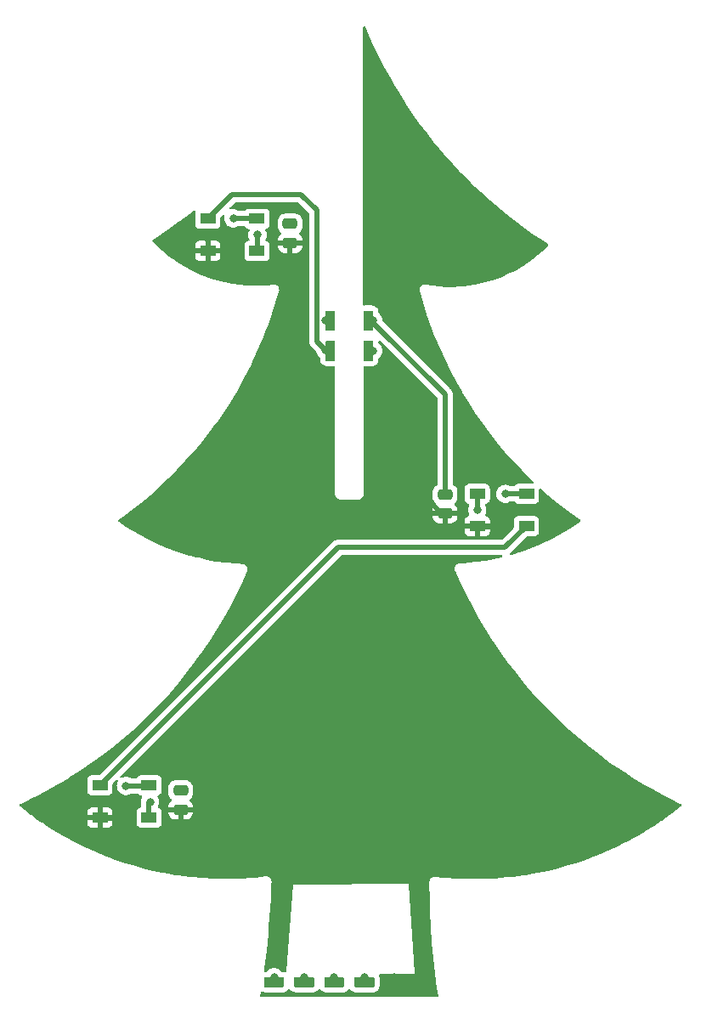
<source format=gbl>
%TF.GenerationSoftware,KiCad,Pcbnew,(6.0.7)*%
%TF.CreationDate,2022-11-21T20:09:17+01:00*%
%TF.ProjectId,Arbolito Tronco,4172626f-6c69-4746-9f20-54726f6e636f,rev?*%
%TF.SameCoordinates,Original*%
%TF.FileFunction,Copper,L2,Bot*%
%TF.FilePolarity,Positive*%
%FSLAX46Y46*%
G04 Gerber Fmt 4.6, Leading zero omitted, Abs format (unit mm)*
G04 Created by KiCad (PCBNEW (6.0.7)) date 2022-11-21 20:09:17*
%MOMM*%
%LPD*%
G01*
G04 APERTURE LIST*
G04 Aperture macros list*
%AMRoundRect*
4,1,4,2,3,4,5,6,7,8,9,2,3,0*
1,1,$1,$2,$3*
1,1,$1,$2,$3*
1,1,$1,$2,$3*
1,1,$1,$2,$3*
20,1,$1,$2,$3,$4,$5,0*
20,1,$1,$2,$3,$4,$5,0*
20,1,$1,$2,$3,$4,$5,0*
20,1,$1,$2,$3,$4,$5,0*%
G04 Aperture macros list end*
%TA.AperFunction,SMDPad,CuDef*%
%ADD10R,1.5X1*%
%TD*%
%TA.AperFunction,SMDPad,CuDef*%
%AMCOMP49*
4,1,3,
-0.475,0.25,
-0.475,-0.25,
0.475,-0.25,
0.475,0.25,
0*
4,1,19,
-0.475,0.5,
-0.39774575140626311,0.48776412907378841,
-0.32805368692688169,0.45225424859373686,
-0.27274575140626311,0.39694631307311828,
-0.2372358709262116,0.32725424859373686,
-0.22499999999999998,0.25,
-0.23723587092621157,0.17274575140626316,
-0.27274575140626311,0.10305368692688174,
-0.32805368692688164,0.047745751406263165,
-0.39774575140626311,0.012235870926211617,
-0.47499999999999992,0,
-0.552254248593737,0.012235870926211617,
-0.62194631307311821,0.047745751406263109,
-0.67725424859373684,0.10305368692688169,
-0.71276412907378839,0.17274575140626311,
-0.725,0.24999999999999994,
-0.71276412907378839,0.32725424859373681,
-0.67725424859373684,0.39694631307311823,
-0.62194631307311832,0.45225424859373686,
-0.55225424859373684,0.48776412907378841,
0*
4,1,19,
-0.475,0,
-0.39774575140626311,-0.012235870926211617,
-0.32805368692688169,-0.047745751406263137,
-0.27274575140626311,-0.10305368692688172,
-0.2372358709262116,-0.17274575140626314,
-0.22499999999999998,-0.24999999999999997,
-0.23723587092621157,-0.32725424859373686,
-0.27274575140626311,-0.39694631307311823,
-0.32805368692688164,-0.45225424859373686,
-0.39774575140626311,-0.48776412907378841,
-0.47499999999999992,-0.5,
-0.552254248593737,-0.48776412907378841,
-0.62194631307311821,-0.45225424859373686,
-0.67725424859373684,-0.39694631307311834,
-0.71276412907378839,-0.32725424859373686,
-0.725,-0.25000000000000006,
-0.71276412907378839,-0.17274575140626319,
-0.67725424859373684,-0.10305368692688177,
-0.62194631307311832,-0.047745751406263165,
-0.55225424859373684,-0.012235870926211617,
0*
4,1,19,
0.475,0,
0.55225424859373684,-0.012235870926211617,
0.62194631307311821,-0.047745751406263137,
0.67725424859373684,-0.10305368692688172,
0.71276412907378839,-0.17274575140626314,
0.725,-0.24999999999999997,
0.71276412907378839,-0.32725424859373686,
0.67725424859373684,-0.39694631307311823,
0.62194631307311832,-0.45225424859373686,
0.55225424859373684,-0.48776412907378841,
0.47500000000000003,-0.5,
0.39774575140626306,-0.48776412907378841,
0.32805368692688175,-0.45225424859373686,
0.27274575140626311,-0.39694631307311834,
0.2372358709262116,-0.32725424859373686,
0.22499999999999998,-0.25000000000000006,
0.23723587092621157,-0.17274575140626319,
0.27274575140626311,-0.10305368692688177,
0.32805368692688164,-0.047745751406263165,
0.39774575140626306,-0.012235870926211617,
0*
4,1,19,
0.475,0.5,
0.55225424859373684,0.48776412907378841,
0.62194631307311821,0.45225424859373686,
0.67725424859373684,0.39694631307311828,
0.71276412907378839,0.32725424859373686,
0.725,0.25,
0.71276412907378839,0.17274575140626316,
0.67725424859373684,0.10305368692688174,
0.62194631307311832,0.047745751406263165,
0.55225424859373684,0.012235870926211617,
0.47500000000000003,0,
0.39774575140626306,0.012235870926211617,
0.32805368692688175,0.047745751406263109,
0.27274575140626311,0.10305368692688169,
0.2372358709262116,0.17274575140626311,
0.22499999999999998,0.24999999999999994,
0.23723587092621157,0.32725424859373681,
0.27274575140626311,0.39694631307311823,
0.32805368692688164,0.45225424859373686,
0.39774575140626306,0.48776412907378841,
0*
4,1,3,
-0.725,0.25,
-0.22499999999999998,0.24999999999999997,
-0.22499999999999998,-0.25,
-0.725,-0.24999999999999997,
0*
4,1,3,
-0.475,-0.5,
-0.475,0,
0.475,0,
0.475,-0.5,
0*
4,1,3,
0.725,-0.25,
0.22499999999999998,-0.24999999999999997,
0.22499999999999998,0.25,
0.725,0.24999999999999997,
0*
4,1,3,
0.475,0.5,
0.475,0,
-0.475,0,
-0.475,0.5,
0*%
%ADD11COMP49,0.25X-0.475X0.25X-0.475X-0.25X0.475X-0.25X0.475X0.25X0*%
%TD*%
%TA.AperFunction,ViaPad*%
%ADD12C,0.8*%
%TD*%
%TA.AperFunction,Conductor*%
%ADD13C,0.5*%
%TD*%
G04 APERTURE END LIST*
D10*
%TO.P,U3,1,VDD*%
%TO.N,+5V*%
X-0030000000Y0130000000D02*
X0127150000Y0050650000D03*
%TO.P,U3,2,DIN*%
%TO.N,Net-(U2-Pad4)*%
X0127150000Y0047450000D03*
%TO.P,U3,3,VSS*%
%TO.N,GND*%
X0122250000Y0047450000D03*
%TO.P,U3,4,DOUT*%
%TO.N,Net-(U3-Pad4)*%
X0122250000Y0050650000D03*
%TD*%
D11*
%TO.P,C13,1*%
%TO.N,+5V*%
X0092700000Y0021099999D03*
%TO.P,C13,2*%
%TO.N,GND*%
X0092700000Y0019200000D03*
%TD*%
D10*
%TO.P,U6,1,VDD*%
%TO.N,+5V*%
X0100300000Y0078050000D03*
%TO.P,U6,2,DIN*%
%TO.N,Net-(U5-Pad4)*%
X0100300000Y0074850000D03*
%TO.P,U6,3,VSS*%
%TO.N,GND*%
X0095400000Y0074850000D03*
%TO.P,U6,4,DOUT*%
%TO.N,/Dout*%
X0095400000Y0078050000D03*
%TD*%
%TO.P,U2,1,VDD*%
%TO.N,+5V*%
X0089550000Y0021599999D03*
%TO.P,U2,2,DIN*%
%TO.N,Net-(U1-Pad4)*%
X0089550000Y0018400000D03*
%TO.P,U2,3,VSS*%
%TO.N,GND*%
X0084650000Y0018400000D03*
%TO.P,U2,4,DOUT*%
%TO.N,Net-(U2-Pad4)*%
X0084650000Y0021599999D03*
%TD*%
D11*
%TO.P,C15,1*%
%TO.N,+5V*%
X0103600000Y0077550000D03*
%TO.P,C15,2*%
%TO.N,GND*%
X0103600000Y0075650000D03*
%TD*%
%TO.P,C11,1*%
%TO.N,+5V*%
X0119050000Y0050599999D03*
%TO.P,C11,2*%
%TO.N,GND*%
X0119050000Y0048700000D03*
%TD*%
D12*
%TO.N,+5V*%
X0102000000Y0002500000D03*
X0092700000Y0021099999D03*
X0119050000Y0050599999D03*
X0107100000Y0067900000D03*
X0097950000Y0078100000D03*
X0105000000Y0002500000D03*
X0087250000Y0021549999D03*
X0111900000Y0067900000D03*
X0103600000Y0077550000D03*
X0125050000Y0050650000D03*
%TO.N,GND*%
X0125100000Y0047400000D03*
X0092700000Y0019150000D03*
X0107100000Y0061900000D03*
X0111900000Y0061900000D03*
X0087300000Y0018299999D03*
X0103600000Y0075650000D03*
X0117000000Y0002500000D03*
X0097850000Y0074750000D03*
X0119000000Y0048650000D03*
X0114000000Y0002500000D03*
%TO.N,/DIN*%
X0111000000Y0002500000D03*
X0108000000Y0002500000D03*
%TO.N,Net-(U1-Pad4)*%
X0089650000Y0019950000D03*
%TO.N,Net-(U3-Pad4)*%
X0122250000Y0049050000D03*
%TO.N,Net-(U5-Pad4)*%
X0100350000Y0076450000D03*
%TO.N,/Dout*%
X0111900000Y0064900000D03*
X0107100000Y0065000000D03*
%TD*%
D13*
%TO.N,+5V*%
X0089500000Y0021549999D02*
X0089550000Y0021599999D01*
X0119050000Y0060550000D02*
X0119050000Y0050599999D01*
X0125050000Y0050650000D02*
X0127150000Y0050650000D01*
X0097950000Y0078100000D02*
X0100250000Y0078100000D01*
X0100250000Y0078100000D02*
X0100300000Y0078050000D01*
X0111900000Y0067900000D02*
X0111900000Y0067700000D01*
X0087250000Y0021549999D02*
X0089500000Y0021549999D01*
X0111900000Y0067700000D02*
X0119050000Y0060550000D01*
%TO.N,GND*%
X0117000000Y0050400000D02*
X0118750000Y0048650000D01*
X0084750000Y0018299999D02*
X0084650000Y0018400000D01*
X0087300000Y0018299999D02*
X0084750000Y0018299999D01*
X0111900000Y0061900000D02*
X0114000000Y0061900000D01*
X0118750000Y0048650000D02*
X0119000000Y0048650000D01*
X0117000000Y0058900000D02*
X0117000000Y0050400000D01*
X0122300000Y0047400000D02*
X0122250000Y0047450000D01*
X0114000000Y0061900000D02*
X0117000000Y0058900000D01*
X0125100000Y0047400000D02*
X0122300000Y0047400000D01*
%TO.N,Net-(U1-Pad4)*%
X0089550000Y0018400000D02*
X0089550000Y0019849999D01*
X0089550000Y0019849999D02*
X0089650000Y0019950000D01*
%TO.N,Net-(U2-Pad4)*%
X0084650000Y0021599999D02*
X0108350000Y0045300000D01*
X0125000000Y0045300000D02*
X0127150000Y0047450000D01*
X0127199999Y0047400000D02*
X0127150000Y0047450000D01*
X0108350000Y0045300000D02*
X0125000000Y0045300000D01*
%TO.N,Net-(U3-Pad4)*%
X0122250000Y0050650000D02*
X0122250000Y0049050000D01*
%TO.N,Net-(U5-Pad4)*%
X0100350000Y0076450000D02*
X0100350000Y0074900000D01*
X0100350000Y0074900000D02*
X0100300000Y0074850000D01*
%TO.N,/Dout*%
X0106250000Y0078950000D02*
X0104699999Y0080500000D01*
X0106250000Y0065849999D02*
X0106250000Y0078950000D01*
X0107100000Y0065000000D02*
X0106250000Y0065849999D01*
X0097850000Y0080500000D02*
X0095400000Y0078050000D01*
X0104699999Y0080500000D02*
X0097850000Y0080500000D01*
%TD*%
%TA.AperFunction,Conductor*%
%TO.N,/Dout*%
G36*
X0108033621Y0065879998D02*
G01*
X0108080114Y0065826342D01*
X0108091500Y0065774000D01*
X0108091500Y0064025999D01*
X0108071497Y0063957879D01*
X0108017842Y0063911385D01*
X0107965499Y0063900000D01*
X0107226000Y0063900000D01*
X0107157879Y0063920002D01*
X0107111386Y0063973658D01*
X0107100000Y0064025999D01*
X0107100000Y0065774000D01*
X0107120002Y0065842121D01*
X0107173657Y0065888614D01*
X0107226000Y0065900000D01*
X0107965499Y0065900000D01*
X0108033621Y0065879998D01*
G37*
%TD.AperFunction*%
%TD*%
%TA.AperFunction,Conductor*%
%TO.N,/Dout*%
G36*
X0111842120Y0065879998D02*
G01*
X0111888613Y0065826342D01*
X0111900000Y0065774000D01*
X0111900000Y0064025999D01*
X0111879998Y0063957879D01*
X0111826342Y0063911385D01*
X0111774000Y0063900000D01*
X0111026000Y0063900000D01*
X0110957878Y0063920002D01*
X0110911386Y0063973658D01*
X0110900000Y0064025999D01*
X0110900000Y0065774000D01*
X0110920002Y0065842121D01*
X0110973658Y0065888614D01*
X0111026000Y0065900000D01*
X0111774000Y0065900000D01*
X0111842120Y0065879998D01*
G37*
%TD.AperFunction*%
%TD*%
%TA.AperFunction,Conductor*%
%TO.N,+5V*%
G36*
X0108033621Y0068879998D02*
G01*
X0108080114Y0068826342D01*
X0108091500Y0068774000D01*
X0108091500Y0067026000D01*
X0108071497Y0066957878D01*
X0108017842Y0066911385D01*
X0107965499Y0066900000D01*
X0107226000Y0066900000D01*
X0107157879Y0066920002D01*
X0107111386Y0066973658D01*
X0107100000Y0067026000D01*
X0107100000Y0068774000D01*
X0107120002Y0068842120D01*
X0107173657Y0068888613D01*
X0107226000Y0068900000D01*
X0107965499Y0068900000D01*
X0108033621Y0068879998D01*
G37*
%TD.AperFunction*%
%TD*%
%TA.AperFunction,Conductor*%
%TO.N,+5V*%
G36*
X0111842120Y0068879998D02*
G01*
X0111888613Y0068826342D01*
X0111900000Y0068774000D01*
X0111900000Y0067026000D01*
X0111879998Y0066957878D01*
X0111826342Y0066911385D01*
X0111774000Y0066900000D01*
X0111026000Y0066900000D01*
X0110957878Y0066920002D01*
X0110911386Y0066973658D01*
X0110900000Y0067026000D01*
X0110900000Y0068774000D01*
X0110920002Y0068842120D01*
X0110973658Y0068888613D01*
X0111026000Y0068900000D01*
X0111774000Y0068900000D01*
X0111842120Y0068879998D01*
G37*
%TD.AperFunction*%
%TD*%
%TA.AperFunction,Conductor*%
%TO.N,GND*%
G36*
X0108091500Y0060900000D02*
G01*
X0107100000Y0060900000D01*
X0107100000Y0062900000D01*
X0108091500Y0062900000D01*
X0108091500Y0060900000D01*
G37*
%TD.AperFunction*%
%TD*%
%TA.AperFunction,Conductor*%
%TO.N,GND*%
G36*
X0111900000Y0060900000D02*
G01*
X0110900000Y0060900000D01*
X0110900000Y0062900000D01*
X0111900000Y0062900000D01*
X0111900000Y0060900000D01*
G37*
%TD.AperFunction*%
%TD*%
%TA.AperFunction,Conductor*%
%TO.N,GND*%
G36*
X0118000000Y0001500000D02*
G01*
X0116000000Y0001500000D01*
X0116000000Y0002500000D01*
X0118000000Y0002500000D01*
X0118000000Y0001500000D01*
G37*
%TD.AperFunction*%
%TD*%
%TA.AperFunction,Conductor*%
%TO.N,+5V*%
G36*
X0102942120Y0002479997D02*
G01*
X0102988614Y0002426342D01*
X0103000000Y0002373999D01*
X0103000000Y0001626000D01*
X0102979998Y0001557879D01*
X0102926342Y0001511385D01*
X0102874000Y0001500000D01*
X0101126000Y0001500000D01*
X0101057879Y0001520002D01*
X0101011385Y0001573657D01*
X0101000000Y0001626000D01*
X0101000000Y0002373999D01*
X0101020002Y0002442121D01*
X0101073658Y0002488613D01*
X0101126000Y0002500000D01*
X0102874000Y0002500000D01*
X0102942120Y0002479997D01*
G37*
%TD.AperFunction*%
%TD*%
%TA.AperFunction,Conductor*%
%TO.N,+5V*%
G36*
X0105942120Y0002479997D02*
G01*
X0105988614Y0002426342D01*
X0106000000Y0002373999D01*
X0106000000Y0001626000D01*
X0105979998Y0001557879D01*
X0105926342Y0001511385D01*
X0105874000Y0001500000D01*
X0104126000Y0001500000D01*
X0104057879Y0001520002D01*
X0104011385Y0001573657D01*
X0104000000Y0001626000D01*
X0104000000Y0002373999D01*
X0104020002Y0002442121D01*
X0104073658Y0002488613D01*
X0104126000Y0002500000D01*
X0105874000Y0002500000D01*
X0105942120Y0002479997D01*
G37*
%TD.AperFunction*%
%TD*%
%TA.AperFunction,Conductor*%
%TO.N,/DIN*%
G36*
X0111942120Y0002479997D02*
G01*
X0111988614Y0002426342D01*
X0112000000Y0002373999D01*
X0112000000Y0001626000D01*
X0111979998Y0001557879D01*
X0111926342Y0001511385D01*
X0111874000Y0001500000D01*
X0110126000Y0001500000D01*
X0110057879Y0001520002D01*
X0110011385Y0001573657D01*
X0110000000Y0001626000D01*
X0110000000Y0002373999D01*
X0110020002Y0002442121D01*
X0110073658Y0002488613D01*
X0110126000Y0002500000D01*
X0111874000Y0002500000D01*
X0111942120Y0002479997D01*
G37*
%TD.AperFunction*%
%TD*%
%TA.AperFunction,Conductor*%
%TO.N,/DIN*%
G36*
X0108942120Y0002479997D02*
G01*
X0108988614Y0002426342D01*
X0109000000Y0002373999D01*
X0109000000Y0001626000D01*
X0108979998Y0001557879D01*
X0108926342Y0001511385D01*
X0108874000Y0001500000D01*
X0107126000Y0001500000D01*
X0107057879Y0001520002D01*
X0107011385Y0001573657D01*
X0107000000Y0001626000D01*
X0107000000Y0002373999D01*
X0107020002Y0002442121D01*
X0107073658Y0002488613D01*
X0107126000Y0002500000D01*
X0108874000Y0002500000D01*
X0108942120Y0002479997D01*
G37*
%TD.AperFunction*%
%TD*%
%TA.AperFunction,Conductor*%
%TO.N,GND*%
G36*
X0115000000Y0001500000D02*
G01*
X0113000000Y0001500000D01*
X0113000000Y0002500000D01*
X0115000000Y0002500000D01*
X0115000000Y0001500000D01*
G37*
%TD.AperFunction*%
%TD*%
%TA.AperFunction,Conductor*%
%TO.N,GND*%
G36*
X0111070426Y0097186429D02*
G01*
X0111104486Y0097139175D01*
X0111243471Y0096802284D01*
X0111267474Y0096744099D01*
X0111267835Y0096743289D01*
X0111267839Y0096743282D01*
X0111612703Y0095969494D01*
X0111803849Y0095540609D01*
X0112373683Y0094352596D01*
X0112976528Y0093180989D01*
X0113611914Y0092026705D01*
X0113612328Y0092025999D01*
X0113612343Y0092025975D01*
X0113968114Y0091420405D01*
X0114279344Y0090890650D01*
X0114978293Y0089773710D01*
X0115198044Y0089443463D01*
X0115707730Y0088677493D01*
X0115707749Y0088677465D01*
X0115708216Y0088676762D01*
X0116468543Y0087600662D01*
X0117258675Y0086546254D01*
X0117259213Y0086545575D01*
X0117259228Y0086545557D01*
X0117888856Y0085752577D01*
X0118077997Y0085514364D01*
X0118925864Y0084505799D01*
X0119188145Y0084210962D01*
X0119801007Y0083522032D01*
X0119801030Y0083522007D01*
X0119801617Y0083521346D01*
X0119802236Y0083520689D01*
X0119802248Y0083520675D01*
X0120435938Y0082847252D01*
X0120704567Y0082561781D01*
X0120705167Y0082561177D01*
X0120705171Y0082561174D01*
X0121476698Y0081785921D01*
X0121634007Y0081627851D01*
X0121634659Y0081627232D01*
X0121634680Y0081627212D01*
X0122038870Y0081243181D01*
X0122589212Y0080720289D01*
X0122589899Y0080719672D01*
X0123568750Y0079840416D01*
X0123568773Y0079840395D01*
X0123569432Y0079839804D01*
X0124573901Y0078987086D01*
X0124574600Y0078986526D01*
X0124574603Y0078986523D01*
X0124653384Y0078923349D01*
X0125601831Y0078162803D01*
X0125602504Y0078162294D01*
X0125602523Y0078162278D01*
X0126581692Y0077421134D01*
X0126652420Y0077367599D01*
X0126653145Y0077367081D01*
X0126653162Y0077367069D01*
X0127716734Y0076607885D01*
X0127724843Y0076602097D01*
X0128818263Y0075866897D01*
X0129283215Y0075572816D01*
X0129330091Y0075519500D01*
X0129340702Y0075449302D01*
X0129311677Y0075384510D01*
X0129304368Y0075376654D01*
X0129189917Y0075263696D01*
X0128842481Y0074920792D01*
X0128840820Y0074919152D01*
X0128836030Y0074914665D01*
X0128703940Y0074797249D01*
X0128313959Y0074450591D01*
X0128308934Y0074446354D01*
X0127763392Y0074010155D01*
X0127758152Y0074006185D01*
X0127190604Y0073599032D01*
X0127185165Y0073595342D01*
X0126822097Y0073362563D01*
X0126636260Y0073243415D01*
X0126597153Y0073218342D01*
X0126591535Y0073214943D01*
X0125984645Y0072869114D01*
X0125978857Y0072866013D01*
X0125354762Y0072552309D01*
X0125348823Y0072549515D01*
X0124709218Y0072268788D01*
X0124703133Y0072266303D01*
X0124049771Y0072019320D01*
X0124043565Y0072017158D01*
X0123378214Y0071804587D01*
X0123371902Y0071802750D01*
X0122696359Y0071625166D01*
X0122689960Y0071623661D01*
X0122006071Y0071481550D01*
X0121999603Y0071480381D01*
X0121309240Y0071374132D01*
X0121302720Y0071373302D01*
X0121091337Y0071351980D01*
X0120607751Y0071303201D01*
X0120601214Y0071302714D01*
X0120357450Y0071290918D01*
X0119903522Y0071268953D01*
X0119896950Y0071268807D01*
X0119568154Y0071270063D01*
X0119198445Y0071271479D01*
X0119191909Y0071271673D01*
X0118494503Y0071310773D01*
X0118487952Y0071311312D01*
X0117793545Y0071386727D01*
X0117787031Y0071387607D01*
X0117139164Y0071492397D01*
X0117117157Y0071498031D01*
X0117109852Y0071500622D01*
X0117109854Y0071500622D01*
X0117101389Y0071503625D01*
X0117096533Y0071503898D01*
X0117091927Y0071505437D01*
X0117082961Y0071505775D01*
X0117082960Y0071505775D01*
X0117058968Y0071506678D01*
X0117025058Y0071507957D01*
X0117022743Y0071508067D01*
X0116955963Y0071511839D01*
X0116951227Y0071510740D01*
X0116946373Y0071510922D01*
X0116937670Y0071508730D01*
X0116937669Y0071508730D01*
X0116881525Y0071494584D01*
X0116879231Y0071494028D01*
X0116814077Y0071478905D01*
X0116809844Y0071476523D01*
X0116805129Y0071475335D01*
X0116758401Y0071447874D01*
X0116747458Y0071441442D01*
X0116745510Y0071440322D01*
X0116687137Y0071407474D01*
X0116683739Y0071403995D01*
X0116679552Y0071401535D01*
X0116633750Y0071352860D01*
X0116632117Y0071351157D01*
X0116585349Y0071303285D01*
X0116583066Y0071298997D01*
X0116579734Y0071295456D01*
X0116549420Y0071235854D01*
X0116548330Y0071233759D01*
X0116521111Y0071182640D01*
X0116521110Y0071182638D01*
X0116516893Y0071174715D01*
X0116515905Y0071169957D01*
X0116513702Y0071165626D01*
X0116512042Y0071156804D01*
X0116512041Y0071156802D01*
X0116501341Y0071099942D01*
X0116500882Y0071097624D01*
X0116487275Y0071032101D01*
X0116487662Y0071027258D01*
X0116486763Y0071022481D01*
X0116487644Y0071013550D01*
X0116487644Y0071013547D01*
X0116493339Y0070955897D01*
X0116493550Y0070953546D01*
X0116498874Y0070886907D01*
X0116500604Y0070882369D01*
X0116501082Y0070877529D01*
X0116504224Y0070865375D01*
X0116505984Y0070861298D01*
X0116507488Y0070856522D01*
X0116842109Y0069692974D01*
X0116842401Y0069692066D01*
X0117213801Y0068531799D01*
X0117213808Y0068531782D01*
X0117214075Y0068530947D01*
X0117305702Y0068271556D01*
X0117449998Y0067863059D01*
X0117620455Y0067380504D01*
X0117620804Y0067379603D01*
X0117999254Y0066401900D01*
X0118060891Y0066242662D01*
X0118534991Y0065118432D01*
X0119042338Y0064008808D01*
X0119042757Y0064007959D01*
X0119042769Y0064007932D01*
X0119582067Y0062915608D01*
X0119582480Y0062914773D01*
X0120154940Y0061837297D01*
X0120155375Y0061836533D01*
X0120155386Y0061836513D01*
X0120758740Y0060778155D01*
X0120759210Y0060777333D01*
X0121394755Y0059735821D01*
X0121395255Y0059735051D01*
X0121395272Y0059735027D01*
X0121673624Y0059307992D01*
X0122061012Y0058713683D01*
X0122061556Y0058712901D01*
X0122061567Y0058712885D01*
X0122757392Y0057711823D01*
X0122757925Y0057711104D01*
X0122757945Y0057711076D01*
X0123024439Y0057351034D01*
X0123483276Y0056731132D01*
X0123483844Y0056730412D01*
X0123483866Y0056730383D01*
X0124237428Y0055773230D01*
X0124237448Y0055773207D01*
X0124238024Y0055772476D01*
X0125020963Y0054836704D01*
X0125831405Y0053924645D01*
X0126668629Y0053037108D01*
X0126669277Y0053036458D01*
X0127531220Y0052175551D01*
X0127531894Y0052174879D01*
X0127532560Y0052174251D01*
X0127532584Y0052174229D01*
X0127849221Y0051876259D01*
X0127885122Y0051815008D01*
X0127882208Y0051744072D01*
X0127841407Y0051685970D01*
X0127775670Y0051659152D01*
X0127762870Y0051658500D01*
X0126351866Y0051658500D01*
X0126289684Y0051651745D01*
X0126153295Y0051600615D01*
X0126036739Y0051513261D01*
X0126031358Y0051506080D01*
X0125996024Y0051458935D01*
X0125939165Y0051416420D01*
X0125895198Y0051408500D01*
X0125592587Y0051408500D01*
X0125518528Y0051432563D01*
X0125512098Y0051437235D01*
X0125512091Y0051437239D01*
X0125506752Y0051441118D01*
X0125500723Y0051443802D01*
X0125500722Y0051443803D01*
X0125338319Y0051516109D01*
X0125338317Y0051516109D01*
X0125332288Y0051518794D01*
X0125222572Y0051542114D01*
X0125151943Y0051557128D01*
X0125151939Y0051557128D01*
X0125145487Y0051558499D01*
X0124954512Y0051558499D01*
X0124948061Y0051557128D01*
X0124948056Y0051557128D01*
X0124877428Y0051542114D01*
X0124767711Y0051518794D01*
X0124761682Y0051516109D01*
X0124761681Y0051516109D01*
X0124599278Y0051443803D01*
X0124599276Y0051443802D01*
X0124593247Y0051441118D01*
X0124587907Y0051437237D01*
X0124587906Y0051437236D01*
X0124559254Y0051416420D01*
X0124438747Y0051328866D01*
X0124434326Y0051323955D01*
X0124434325Y0051323955D01*
X0124321035Y0051198133D01*
X0124310960Y0051186944D01*
X0124215473Y0051021556D01*
X0124156457Y0050839928D01*
X0124136496Y0050650000D01*
X0124137186Y0050643435D01*
X0124149110Y0050529988D01*
X0124156457Y0050460072D01*
X0124215473Y0050278443D01*
X0124310960Y0050113056D01*
X0124315378Y0050108149D01*
X0124315379Y0050108148D01*
X0124330775Y0050091048D01*
X0124438747Y0049971134D01*
X0124532119Y0049903295D01*
X0124587904Y0049862764D01*
X0124593247Y0049858881D01*
X0124599276Y0049856198D01*
X0124599278Y0049856196D01*
X0124761681Y0049783891D01*
X0124767711Y0049781206D01*
X0124861111Y0049761353D01*
X0124948056Y0049742872D01*
X0124948061Y0049742872D01*
X0124954512Y0049741500D01*
X0125145487Y0049741500D01*
X0125151939Y0049742872D01*
X0125151943Y0049742872D01*
X0125238888Y0049761353D01*
X0125332288Y0049781206D01*
X0125338319Y0049783891D01*
X0125500722Y0049856196D01*
X0125500723Y0049856198D01*
X0125506752Y0049858881D01*
X0125512091Y0049862761D01*
X0125512098Y0049862764D01*
X0125518528Y0049867436D01*
X0125592587Y0049891499D01*
X0125895198Y0049891499D01*
X0125963319Y0049871498D01*
X0125996024Y0049841065D01*
X0126036739Y0049786739D01*
X0126153295Y0049699385D01*
X0126289684Y0049648255D01*
X0126351866Y0049641499D01*
X0127948134Y0049641499D01*
X0128010315Y0049648255D01*
X0128146705Y0049699385D01*
X0128263261Y0049786739D01*
X0128350615Y0049903295D01*
X0128401745Y0050039683D01*
X0128408500Y0050101866D01*
X0128408500Y0051069230D01*
X0128428502Y0051137350D01*
X0128482158Y0051183843D01*
X0128552432Y0051193948D01*
X0128618080Y0051163518D01*
X0129333463Y0050529374D01*
X0129334162Y0050528791D01*
X0129334166Y0050528788D01*
X0130269470Y0049748144D01*
X0130269487Y0049748131D01*
X0130270175Y0049747556D01*
X0131229736Y0048993959D01*
X0131230503Y0048993393D01*
X0131230504Y0048993392D01*
X0132210528Y0048269819D01*
X0132210550Y0048269802D01*
X0132211298Y0048269251D01*
X0132473477Y0048087480D01*
X0132483680Y0048080406D01*
X0132528265Y0048025155D01*
X0132535902Y0047954570D01*
X0132504166Y0047891062D01*
X0132483608Y0047873260D01*
X0131793444Y0047395473D01*
X0131789378Y0047392774D01*
X0131067629Y0046933424D01*
X0131063493Y0046930904D01*
X0130894607Y0046832393D01*
X0130324506Y0046499860D01*
X0130320243Y0046497483D01*
X0129565140Y0046095398D01*
X0129560788Y0046093187D01*
X0128790648Y0045720636D01*
X0128786214Y0045718596D01*
X0128479541Y0045584643D01*
X0128002225Y0045376155D01*
X0127997740Y0045374297D01*
X0127201034Y0045062462D01*
X0127196492Y0045060785D01*
X0126388339Y0044780054D01*
X0126383731Y0044778552D01*
X0126153292Y0044708381D01*
X0125669195Y0044560967D01*
X0125598200Y0044560256D01*
X0125538095Y0044598042D01*
X0125507958Y0044662324D01*
X0125517359Y0044732696D01*
X0125541023Y0044768161D01*
X0125543156Y0044770411D01*
X0125545505Y0044772825D01*
X0127177276Y0046404595D01*
X0127239588Y0046438621D01*
X0127266370Y0046441500D01*
X0127948134Y0046441500D01*
X0128010315Y0046448255D01*
X0128146705Y0046499385D01*
X0128263261Y0046586738D01*
X0128350615Y0046703295D01*
X0128401745Y0046839684D01*
X0128408500Y0046901866D01*
X0128408500Y0047998133D01*
X0128401745Y0048060316D01*
X0128350615Y0048196704D01*
X0128263261Y0048313261D01*
X0128146705Y0048400615D01*
X0128010315Y0048451745D01*
X0127948134Y0048458500D01*
X0126351866Y0048458500D01*
X0126289684Y0048451745D01*
X0126153295Y0048400615D01*
X0126036739Y0048313261D01*
X0125949385Y0048196704D01*
X0125898255Y0048060316D01*
X0125891500Y0047998133D01*
X0125891500Y0047316371D01*
X0125871498Y0047248250D01*
X0125854594Y0047227276D01*
X0124722724Y0046095405D01*
X0124660412Y0046061379D01*
X0124633629Y0046058499D01*
X0108417063Y0046058499D01*
X0108398113Y0046059933D01*
X0108397601Y0046060011D01*
X0108376651Y0046063198D01*
X0108369359Y0046062605D01*
X0108369356Y0046062605D01*
X0108323991Y0046058915D01*
X0108313776Y0046058499D01*
X0108305707Y0046058499D01*
X0108302087Y0046058077D01*
X0108302068Y0046058077D01*
X0108277460Y0046055207D01*
X0108273100Y0046054776D01*
X0108247981Y0046052733D01*
X0108207661Y0046049454D01*
X0108207658Y0046049453D01*
X0108200363Y0046048860D01*
X0108193399Y0046046604D01*
X0108187440Y0046045413D01*
X0108181585Y0046044028D01*
X0108174319Y0046043182D01*
X0108105673Y0046018265D01*
X0108101544Y0046016847D01*
X0108039064Y0045996607D01*
X0108039062Y0045996606D01*
X0108032101Y0045994350D01*
X0108025846Y0045990555D01*
X0108020372Y0045988049D01*
X0108014941Y0045985330D01*
X0108008063Y0045982833D01*
X0107947015Y0045942809D01*
X0107943327Y0045940482D01*
X0107923135Y0045928229D01*
X0107885693Y0045905508D01*
X0107885687Y0045905505D01*
X0107880891Y0045902595D01*
X0107872515Y0045895196D01*
X0107872492Y0045895223D01*
X0107869503Y0045892573D01*
X0107866264Y0045889866D01*
X0107860148Y0045885856D01*
X0107855121Y0045880549D01*
X0107855117Y0045880545D01*
X0107806872Y0045829617D01*
X0107804494Y0045827175D01*
X0084622724Y0022645404D01*
X0084560412Y0022611379D01*
X0084533629Y0022608500D01*
X0083851866Y0022608500D01*
X0083789684Y0022601744D01*
X0083653295Y0022550614D01*
X0083536739Y0022463261D01*
X0083449385Y0022346705D01*
X0083398255Y0022210316D01*
X0083391500Y0022148134D01*
X0083391500Y0021051866D01*
X0083398255Y0020989683D01*
X0083449385Y0020853295D01*
X0083536739Y0020736739D01*
X0083653295Y0020649384D01*
X0083789684Y0020598254D01*
X0083851866Y0020591499D01*
X0085448134Y0020591499D01*
X0085510316Y0020598254D01*
X0085646705Y0020649384D01*
X0085763261Y0020736739D01*
X0085850615Y0020853295D01*
X0085901745Y0020989683D01*
X0085908500Y0021051866D01*
X0085908500Y0021733628D01*
X0085928502Y0021801750D01*
X0085945405Y0021822723D01*
X0086245846Y0022123165D01*
X0086308158Y0022157190D01*
X0086378973Y0022152125D01*
X0086435809Y0022109578D01*
X0086460620Y0022043059D01*
X0086444060Y0021971069D01*
X0086433712Y0021953146D01*
X0086415473Y0021921555D01*
X0086356458Y0021739928D01*
X0086355768Y0021733367D01*
X0086355768Y0021733365D01*
X0086350178Y0021680176D01*
X0086336496Y0021549999D01*
X0086337186Y0021543435D01*
X0086352563Y0021397133D01*
X0086356458Y0021360072D01*
X0086415473Y0021178444D01*
X0086510960Y0021013056D01*
X0086515378Y0021008149D01*
X0086515379Y0021008148D01*
X0086532004Y0020989683D01*
X0086638747Y0020871133D01*
X0086673191Y0020846109D01*
X0086787904Y0020762765D01*
X0086793248Y0020758882D01*
X0086799276Y0020756197D01*
X0086799278Y0020756197D01*
X0086961681Y0020683891D01*
X0086967712Y0020681206D01*
X0087061112Y0020661353D01*
X0087148056Y0020642871D01*
X0087148061Y0020642871D01*
X0087154513Y0020641499D01*
X0087345487Y0020641499D01*
X0087351939Y0020642871D01*
X0087351944Y0020642871D01*
X0087438887Y0020661353D01*
X0087532288Y0020681206D01*
X0087538319Y0020683891D01*
X0087700722Y0020756197D01*
X0087700724Y0020756197D01*
X0087706752Y0020758882D01*
X0087712091Y0020762760D01*
X0087712098Y0020762765D01*
X0087718528Y0020767437D01*
X0087792587Y0020791500D01*
X0088332671Y0020791500D01*
X0088400792Y0020771497D01*
X0088424332Y0020749593D01*
X0088425008Y0020750269D01*
X0088431358Y0020743919D01*
X0088436739Y0020736739D01*
X0088553295Y0020649384D01*
X0088689684Y0020598254D01*
X0088751866Y0020591499D01*
X0088755282Y0020591499D01*
X0088758680Y0020591316D01*
X0088758602Y0020589881D01*
X0088821208Y0020571498D01*
X0088867701Y0020517842D01*
X0088877805Y0020447568D01*
X0088862206Y0020402500D01*
X0088815473Y0020321556D01*
X0088756458Y0020139927D01*
X0088755768Y0020133367D01*
X0088755768Y0020133364D01*
X0088749391Y0020072692D01*
X0088736496Y0019950000D01*
X0088737186Y0019943434D01*
X0088755753Y0019766784D01*
X0088756458Y0019760071D01*
X0088785053Y0019672067D01*
X0088785333Y0019671205D01*
X0088791500Y0019632267D01*
X0088791500Y0019524493D01*
X0088771498Y0019456372D01*
X0088717842Y0019409879D01*
X0088696237Y0019402457D01*
X0088689684Y0019401745D01*
X0088682289Y0019398972D01*
X0088682286Y0019398972D01*
X0088573301Y0019358114D01*
X0088553295Y0019350615D01*
X0088436739Y0019263261D01*
X0088349385Y0019146704D01*
X0088298255Y0019010316D01*
X0088291500Y0018948133D01*
X0088291500Y0017851866D01*
X0088298255Y0017789683D01*
X0088349385Y0017653295D01*
X0088436739Y0017536738D01*
X0088553295Y0017449385D01*
X0088689684Y0017398255D01*
X0088751866Y0017391499D01*
X0090348134Y0017391499D01*
X0090410316Y0017398255D01*
X0090546705Y0017449385D01*
X0090663261Y0017536738D01*
X0090750615Y0017653295D01*
X0090801745Y0017789683D01*
X0090808500Y0017851866D01*
X0090808500Y0018902905D01*
X0091467001Y0018902905D01*
X0091467338Y0018896386D01*
X0091477257Y0018800793D01*
X0091480149Y0018787400D01*
X0091531588Y0018633216D01*
X0091537761Y0018620037D01*
X0091623063Y0018482192D01*
X0091632099Y0018470792D01*
X0091746829Y0018356261D01*
X0091758240Y0018347249D01*
X0091896243Y0018262184D01*
X0091909424Y0018256037D01*
X0092063710Y0018204862D01*
X0092077086Y0018201994D01*
X0092171438Y0018192328D01*
X0092177854Y0018191999D01*
X0092427885Y0018191999D01*
X0092443124Y0018196475D01*
X0092444329Y0018197864D01*
X0092446000Y0018205547D01*
X0092446000Y0018210116D01*
X0092954000Y0018210116D01*
X0092958475Y0018194877D01*
X0092959865Y0018193672D01*
X0092967548Y0018192001D01*
X0093222095Y0018192001D01*
X0093228614Y0018192338D01*
X0093324206Y0018202257D01*
X0093337600Y0018205149D01*
X0093491784Y0018256587D01*
X0093504962Y0018262760D01*
X0093642807Y0018348062D01*
X0093654208Y0018357099D01*
X0093768739Y0018471829D01*
X0093777751Y0018483239D01*
X0093862816Y0018621243D01*
X0093868963Y0018634423D01*
X0093920138Y0018788709D01*
X0093923005Y0018802086D01*
X0093932672Y0018896438D01*
X0093933000Y0018902854D01*
X0093933000Y0018927885D01*
X0093928525Y0018943123D01*
X0093927135Y0018944328D01*
X0093919452Y0018945999D01*
X0092972115Y0018945999D01*
X0092956876Y0018941525D01*
X0092955671Y0018940134D01*
X0092954000Y0018932451D01*
X0092954000Y0018210116D01*
X0092446000Y0018210116D01*
X0092446000Y0018927885D01*
X0092441525Y0018943123D01*
X0092440135Y0018944328D01*
X0092432452Y0018945999D01*
X0091485116Y0018945999D01*
X0091469877Y0018941525D01*
X0091468672Y0018940134D01*
X0091467001Y0018932451D01*
X0091467001Y0018902905D01*
X0090808500Y0018902905D01*
X0090808500Y0018948133D01*
X0090801745Y0019010316D01*
X0090750615Y0019146704D01*
X0090663261Y0019263261D01*
X0090546705Y0019350615D01*
X0090526699Y0019358114D01*
X0090469935Y0019400757D01*
X0090445235Y0019467319D01*
X0090461810Y0019539097D01*
X0090481223Y0019572721D01*
X0090481224Y0019572722D01*
X0090484527Y0019578444D01*
X0090543542Y0019760071D01*
X0090544248Y0019766784D01*
X0090562814Y0019943434D01*
X0090563504Y0019950000D01*
X0090550609Y0020072692D01*
X0090544232Y0020133364D01*
X0090544232Y0020133367D01*
X0090543542Y0020139927D01*
X0090484527Y0020321556D01*
X0090453295Y0020375652D01*
X0090414348Y0020443110D01*
X0090397610Y0020512106D01*
X0090420831Y0020579196D01*
X0090479237Y0020624092D01*
X0090538297Y0020646232D01*
X0090546705Y0020649384D01*
X0090663261Y0020736739D01*
X0090710373Y0020799599D01*
X0091466500Y0020799599D01*
X0091466837Y0020796353D01*
X0091466837Y0020796350D01*
X0091473581Y0020731358D01*
X0091477474Y0020693833D01*
X0091479655Y0020687298D01*
X0091479655Y0020687296D01*
X0091515720Y0020579196D01*
X0091533450Y0020526054D01*
X0091626522Y0020375652D01*
X0091751697Y0020250694D01*
X0091756235Y0020247898D01*
X0091796824Y0020190647D01*
X0091800054Y0020119724D01*
X0091764428Y0020058313D01*
X0091755932Y0020050938D01*
X0091745793Y0020042901D01*
X0091631261Y0019928171D01*
X0091622249Y0019916759D01*
X0091537184Y0019778757D01*
X0091531037Y0019765575D01*
X0091479862Y0019611289D01*
X0091476995Y0019597914D01*
X0091467328Y0019503562D01*
X0091467000Y0019497145D01*
X0091467000Y0019472115D01*
X0091471475Y0019456875D01*
X0091472865Y0019455670D01*
X0091480548Y0019453999D01*
X0093914884Y0019453999D01*
X0093930123Y0019458475D01*
X0093931328Y0019459864D01*
X0093932999Y0019467547D01*
X0093932999Y0019497095D01*
X0093932662Y0019503614D01*
X0093922743Y0019599205D01*
X0093919851Y0019612600D01*
X0093868412Y0019766784D01*
X0093862239Y0019779961D01*
X0093776937Y0019917806D01*
X0093767901Y0019929208D01*
X0093653172Y0020043738D01*
X0093644238Y0020050793D01*
X0093603177Y0020108711D01*
X0093599947Y0020179635D01*
X0093635574Y0020241045D01*
X0093643407Y0020247845D01*
X0093649348Y0020251521D01*
X0093774305Y0020376696D01*
X0093809355Y0020433558D01*
X0093863275Y0020521032D01*
X0093863276Y0020521034D01*
X0093867115Y0020527261D01*
X0093922797Y0020695138D01*
X0093933500Y0020799599D01*
X0093933500Y0021400400D01*
X0093922526Y0021506165D01*
X0093866550Y0021673946D01*
X0093773478Y0021824348D01*
X0093648303Y0021949304D01*
X0093612994Y0021971069D01*
X0093503968Y0022038275D01*
X0093503966Y0022038275D01*
X0093497738Y0022042114D01*
X0093337254Y0022095344D01*
X0093336389Y0022095631D01*
X0093336387Y0022095631D01*
X0093329861Y0022097797D01*
X0093323025Y0022098496D01*
X0093323022Y0022098498D01*
X0093279969Y0022102908D01*
X0093225400Y0022108500D01*
X0092174600Y0022108500D01*
X0092171354Y0022108163D01*
X0092171350Y0022108163D01*
X0092075692Y0022098237D01*
X0092075688Y0022098236D01*
X0092068834Y0022097526D01*
X0092062298Y0022095344D01*
X0092062296Y0022095344D01*
X0091930194Y0022051271D01*
X0091901054Y0022041550D01*
X0091750652Y0021948477D01*
X0091625695Y0021823302D01*
X0091621855Y0021817072D01*
X0091621854Y0021817071D01*
X0091540659Y0021685349D01*
X0091532885Y0021672737D01*
X0091477203Y0021504861D01*
X0091466500Y0021400400D01*
X0091466500Y0020799599D01*
X0090710373Y0020799599D01*
X0090750615Y0020853295D01*
X0090801745Y0020989683D01*
X0090808500Y0021051866D01*
X0090808500Y0022148134D01*
X0090801745Y0022210316D01*
X0090750615Y0022346705D01*
X0090663261Y0022463261D01*
X0090546705Y0022550614D01*
X0090410316Y0022601744D01*
X0090348134Y0022608500D01*
X0088751866Y0022608500D01*
X0088689684Y0022601744D01*
X0088553295Y0022550614D01*
X0088436739Y0022463261D01*
X0088360496Y0022361530D01*
X0088358551Y0022358935D01*
X0088301692Y0022316419D01*
X0088257725Y0022308499D01*
X0087792587Y0022308499D01*
X0087718528Y0022332562D01*
X0087712098Y0022337235D01*
X0087712091Y0022337238D01*
X0087706752Y0022341117D01*
X0087700724Y0022343801D01*
X0087700722Y0022343802D01*
X0087538319Y0022416109D01*
X0087538318Y0022416109D01*
X0087532288Y0022418794D01*
X0087438887Y0022438647D01*
X0087351944Y0022457127D01*
X0087351939Y0022457127D01*
X0087345487Y0022458500D01*
X0087154513Y0022458500D01*
X0087148061Y0022457127D01*
X0087148056Y0022457127D01*
X0087061112Y0022438647D01*
X0086967712Y0022418794D01*
X0086961682Y0022416109D01*
X0086961681Y0022416109D01*
X0086820461Y0022353234D01*
X0086750094Y0022343800D01*
X0086685797Y0022373907D01*
X0086647983Y0022433994D01*
X0086648659Y0022504988D01*
X0086680117Y0022557435D01*
X0108627276Y0044504594D01*
X0108689587Y0044538621D01*
X0108716371Y0044541500D01*
X0124624286Y0044541500D01*
X0124692407Y0044521497D01*
X0124738900Y0044467842D01*
X0124749004Y0044397568D01*
X0124719510Y0044332988D01*
X0124659784Y0044294604D01*
X0124651549Y0044292485D01*
X0123893210Y0044124410D01*
X0123888425Y0044123447D01*
X0123046618Y0043970814D01*
X0123041815Y0043970039D01*
X0122227193Y0043854720D01*
X0122194775Y0043850131D01*
X0122189929Y0043849540D01*
X0121338843Y0043762527D01*
X0121333979Y0043762125D01*
X0120976651Y0043739532D01*
X0120540241Y0043711940D01*
X0120528125Y0043711788D01*
X0120519505Y0043713358D01*
X0120510577Y0043712424D01*
X0120501614Y0043712764D01*
X0120492708Y0043712483D01*
X0120483792Y0043713474D01*
X0120433782Y0043704694D01*
X0120425121Y0043703481D01*
X0120374639Y0043698199D01*
X0120366330Y0043694795D01*
X0120357657Y0043692612D01*
X0120349174Y0043689839D01*
X0120340329Y0043688286D01*
X0120332277Y0043684314D01*
X0120332275Y0043684313D01*
X0120294800Y0043665825D01*
X0120286820Y0043662228D01*
X0120239848Y0043642989D01*
X0120232831Y0043637392D01*
X0120225123Y0043632864D01*
X0120217748Y0043627814D01*
X0120209701Y0043623844D01*
X0120203093Y0043617777D01*
X0120203092Y0043617776D01*
X0120172309Y0043589512D01*
X0120165658Y0043583817D01*
X0120125974Y0043552167D01*
X0120120810Y0043544827D01*
X0120114676Y0043538312D01*
X0120109024Y0043531403D01*
X0120102409Y0043525330D01*
X0120076146Y0043481864D01*
X0120071373Y0043474553D01*
X0120047329Y0043440377D01*
X0120047327Y0043440372D01*
X0120042166Y0043433035D01*
X0120039271Y0043424544D01*
X0120035214Y0043416573D01*
X0120031722Y0043408343D01*
X0120027082Y0043400664D01*
X0120024783Y0043391990D01*
X0120024783Y0043391988D01*
X0120014079Y0043351595D01*
X0120011549Y0043343232D01*
X0119995162Y0043295170D01*
X0119994768Y0043286199D01*
X0119993113Y0043277423D01*
X0119992071Y0043268546D01*
X0119989770Y0043259867D01*
X0119989999Y0043250895D01*
X0119989999Y0043250891D01*
X0119991062Y0043209130D01*
X0119990981Y0043200373D01*
X0119988744Y0043149654D01*
X0119990882Y0043140933D01*
X0119991757Y0043132045D01*
X0119993248Y0043123234D01*
X0119993477Y0043114255D01*
X0119996217Y0043105700D01*
X0120008958Y0043065915D01*
X0120011338Y0043057485D01*
X0120023424Y0043008185D01*
X0120028253Y0042996598D01*
X0120029958Y0042993813D01*
X0120030600Y0042992473D01*
X0120037175Y0042977807D01*
X0120037902Y0042975539D01*
X0120038677Y0042974391D01*
X0120038703Y0042974234D01*
X0120038763Y0042974262D01*
X0120565461Y0041799477D01*
X0121136473Y0040618115D01*
X0121741233Y0039453666D01*
X0122379241Y0038307098D01*
X0123049968Y0037179357D01*
X0123752859Y0036071380D01*
X0123753332Y0036070679D01*
X0123753341Y0036070666D01*
X0123794189Y0036010194D01*
X0124487333Y0034984080D01*
X0125252782Y0033918358D01*
X0126048571Y0032875097D01*
X0126874043Y0031855163D01*
X0126874604Y0031854510D01*
X0126874630Y0031854478D01*
X0127200543Y0031474672D01*
X0127728513Y0030859395D01*
X0127729116Y0030858733D01*
X0127729131Y0030858716D01*
X0127786689Y0030795419D01*
X0128611277Y0029888621D01*
X0128611906Y0029887968D01*
X0128611907Y0029887967D01*
X0128828612Y0029663013D01*
X0129521601Y0028943642D01*
X0130458732Y0028025243D01*
X0131421896Y0027134182D01*
X0131422572Y0027133593D01*
X0131422594Y0027133573D01*
X0132409589Y0026271812D01*
X0132409611Y0026271794D01*
X0132410294Y0026271198D01*
X0133423108Y0025437004D01*
X0134459501Y0024632290D01*
X0134460226Y0024631760D01*
X0134460235Y0024631754D01*
X0134529715Y0024580940D01*
X0135518615Y0023857726D01*
X0136599572Y0023113947D01*
X0136600333Y0023113456D01*
X0136600348Y0023113445D01*
X0136978675Y0022868860D01*
X0137701478Y0022401574D01*
X0138823421Y0021721194D01*
X0139964472Y0021073372D01*
X0139965276Y0021072945D01*
X0139965279Y0021072944D01*
X0140021561Y0021043098D01*
X0141123688Y0020458641D01*
X0141124485Y0020458247D01*
X0141124509Y0020458236D01*
X0141809783Y0020119724D01*
X0142300107Y0019877512D01*
X0142479653Y0019795159D01*
X0142565630Y0019755723D01*
X0142619209Y0019709142D01*
X0142639099Y0019640987D01*
X0142618984Y0019572901D01*
X0142593437Y0019544129D01*
X0142570768Y0019525368D01*
X0142532301Y0019493531D01*
X0142529049Y0019490928D01*
X0141671205Y0018827459D01*
X0141667869Y0018824966D01*
X0140788573Y0018190219D01*
X0140785156Y0018187838D01*
X0140601658Y0018064390D01*
X0139885332Y0017582483D01*
X0139881886Y0017580246D01*
X0138962514Y0017004946D01*
X0138958956Y0017002801D01*
X0138943623Y0016993898D01*
X0138021140Y0016458243D01*
X0138017504Y0016456211D01*
X0137062181Y0015942938D01*
X0137058482Y0015941029D01*
X0137043170Y0015933443D01*
X0136086715Y0015459614D01*
X0136082953Y0015457826D01*
X0135095806Y0015008795D01*
X0135091986Y0015007132D01*
X0134090526Y0014590970D01*
X0134086660Y0014589438D01*
X0133072003Y0014206609D01*
X0133068108Y0014205213D01*
X0132041305Y0013856115D01*
X0132037383Y0013854854D01*
X0130999620Y0013539891D01*
X0130995674Y0013538764D01*
X0129948046Y0013258270D01*
X0129944045Y0013257270D01*
X0128887701Y0013011551D01*
X0128883683Y0013010688D01*
X0128238269Y0012882885D01*
X0127819868Y0012800034D01*
X0127815768Y0012799293D01*
X0127077968Y0012678387D01*
X0126745530Y0012623911D01*
X0126741424Y0012623307D01*
X0126434886Y0012583428D01*
X0125666022Y0012483402D01*
X0125661882Y0012482934D01*
X0125215815Y0012439840D01*
X0124582409Y0012378647D01*
X0124578312Y0012378320D01*
X0124029048Y0012343532D01*
X0123495992Y0012309771D01*
X0123491830Y0012309577D01*
X0122533504Y0012280636D01*
X0122407806Y0012276840D01*
X0122403650Y0012276784D01*
X0121828541Y0012278434D01*
X0121319228Y0012279894D01*
X0121315063Y0012279974D01*
X0120231248Y0012318931D01*
X0120227088Y0012319149D01*
X0119145235Y0012393904D01*
X0119141085Y0012394259D01*
X0118780282Y0012431206D01*
X0118117224Y0012499105D01*
X0118095597Y0012503595D01*
X0118092946Y0012504036D01*
X0118084394Y0012506749D01*
X0118075695Y0012506947D01*
X0118075377Y0012506996D01*
X0118067001Y0012509341D01*
X0118042536Y0012509061D01*
X0118005025Y0012508632D01*
X0118000715Y0012508657D01*
X0117968584Y0012509388D01*
X0117938773Y0012510068D01*
X0117930372Y0012507817D01*
X0117930050Y0012507773D01*
X0117921353Y0012507673D01*
X0117912767Y0012505055D01*
X0117912766Y0012505055D01*
X0117862057Y0012489596D01*
X0117857914Y0012488410D01*
X0117798076Y0012472380D01*
X0117790651Y0012467867D01*
X0117790341Y0012467729D01*
X0117782027Y0012465193D01*
X0117730180Y0012431195D01*
X0117726570Y0012428914D01*
X0117701489Y0012413668D01*
X0117681282Y0012401385D01*
X0117681279Y0012401383D01*
X0117673610Y0012396721D01*
X0117667746Y0012390299D01*
X0117667493Y0012390085D01*
X0117660224Y0012385317D01*
X0117620004Y0012338133D01*
X0117617196Y0012334951D01*
X0117575382Y0012289168D01*
X0117571553Y0012281351D01*
X0117571378Y0012281085D01*
X0117565735Y0012274466D01*
X0117562063Y0012266272D01*
X0117540395Y0012217935D01*
X0117538569Y0012214039D01*
X0117511290Y0012158368D01*
X0117509808Y0012149794D01*
X0117509715Y0012149486D01*
X0117506157Y0012141551D01*
X0117504932Y0012132655D01*
X0117504931Y0012132654D01*
X0117497700Y0012080162D01*
X0117497038Y0012075901D01*
X0117486484Y0012014838D01*
X0117486276Y0012002287D01*
X0117486625Y0011999773D01*
X0117486278Y0011997255D01*
X0117487315Y0011990279D01*
X0117487462Y0011985901D01*
X0117489856Y0011617424D01*
X0117497218Y0010483992D01*
X0117497237Y0010483310D01*
X0117497238Y0010483275D01*
X0117539183Y0009006449D01*
X0117540324Y0008966283D01*
X0117616653Y0007449881D01*
X0117726168Y0005935513D01*
X0117868817Y0004423907D01*
X0118044531Y0002915788D01*
X0118253226Y0001411877D01*
X0118253325Y0001411257D01*
X0118253331Y0001411223D01*
X0118375277Y0000654547D01*
X0118366368Y0000584112D01*
X0118320793Y0000529674D01*
X0118250881Y0000508499D01*
X0100750131Y0000508499D01*
X0100682009Y0000528502D01*
X0100635517Y0000582157D01*
X0100625760Y0000654697D01*
X0100675464Y0000960758D01*
X0100706127Y0001024791D01*
X0100766541Y0001062083D01*
X0100837527Y0001060790D01*
X0100852171Y0001055178D01*
X0100913209Y0001027301D01*
X0100936963Y0001020327D01*
X0100977008Y0001008568D01*
X0100977012Y0001008567D01*
X0100981331Y0001007299D01*
X0100985780Y0001006660D01*
X0100985785Y0001006659D01*
X0101121553Y0000987139D01*
X0101121558Y0000987139D01*
X0101126000Y0000986500D01*
X0102874000Y0000986500D01*
X0102877345Y0000986860D01*
X0102877351Y0000986860D01*
X0102979785Y0000997872D01*
X0102979792Y0000997872D01*
X0102983149Y0000998233D01*
X0102986449Y0000998952D01*
X0103032209Y0001008905D01*
X0103032215Y0001008906D01*
X0103035491Y0001009620D01*
X0103139657Y0001044289D01*
X0103262611Y0001123308D01*
X0103316268Y0001169801D01*
X0103407274Y0001274828D01*
X0103466998Y0001313210D01*
X0103537996Y0001313210D01*
X0103597722Y0001274828D01*
X0103608496Y0001260435D01*
X0103623308Y0001237388D01*
X0103669801Y0001183731D01*
X0103673194Y0001180791D01*
X0103773450Y0001093918D01*
X0103773452Y0001093917D01*
X0103780261Y0001088018D01*
X0103913209Y0001027301D01*
X0103936963Y0001020327D01*
X0103977008Y0001008568D01*
X0103977012Y0001008567D01*
X0103981331Y0001007299D01*
X0103985780Y0001006660D01*
X0103985785Y0001006659D01*
X0104121553Y0000987139D01*
X0104121558Y0000987139D01*
X0104126000Y0000986500D01*
X0105874000Y0000986500D01*
X0105877345Y0000986860D01*
X0105877351Y0000986860D01*
X0105979785Y0000997872D01*
X0105979792Y0000997872D01*
X0105983149Y0000998233D01*
X0105986449Y0000998952D01*
X0106032209Y0001008905D01*
X0106032215Y0001008906D01*
X0106035491Y0001009620D01*
X0106139657Y0001044289D01*
X0106262611Y0001123308D01*
X0106316268Y0001169801D01*
X0106407274Y0001274828D01*
X0106466998Y0001313210D01*
X0106537996Y0001313210D01*
X0106597722Y0001274828D01*
X0106608496Y0001260435D01*
X0106623308Y0001237388D01*
X0106669801Y0001183731D01*
X0106673194Y0001180791D01*
X0106773450Y0001093918D01*
X0106773452Y0001093917D01*
X0106780261Y0001088018D01*
X0106913209Y0001027301D01*
X0106936963Y0001020327D01*
X0106977008Y0001008568D01*
X0106977012Y0001008567D01*
X0106981331Y0001007299D01*
X0106985780Y0001006660D01*
X0106985785Y0001006659D01*
X0107121553Y0000987139D01*
X0107121558Y0000987139D01*
X0107126000Y0000986500D01*
X0108874000Y0000986500D01*
X0108877345Y0000986860D01*
X0108877351Y0000986860D01*
X0108979785Y0000997872D01*
X0108979792Y0000997872D01*
X0108983149Y0000998233D01*
X0108986449Y0000998952D01*
X0109032209Y0001008905D01*
X0109032215Y0001008906D01*
X0109035491Y0001009620D01*
X0109139657Y0001044289D01*
X0109262611Y0001123308D01*
X0109316268Y0001169801D01*
X0109407274Y0001274828D01*
X0109466998Y0001313210D01*
X0109537996Y0001313210D01*
X0109597722Y0001274828D01*
X0109608496Y0001260435D01*
X0109623308Y0001237388D01*
X0109669801Y0001183731D01*
X0109673194Y0001180791D01*
X0109773450Y0001093918D01*
X0109773452Y0001093917D01*
X0109780261Y0001088018D01*
X0109913209Y0001027301D01*
X0109936963Y0001020327D01*
X0109977008Y0001008568D01*
X0109977012Y0001008567D01*
X0109981331Y0001007299D01*
X0109985780Y0001006660D01*
X0109985785Y0001006659D01*
X0110121553Y0000987139D01*
X0110121558Y0000987139D01*
X0110126000Y0000986500D01*
X0111874000Y0000986500D01*
X0111877345Y0000986860D01*
X0111877351Y0000986860D01*
X0111979785Y0000997872D01*
X0111979792Y0000997872D01*
X0111983149Y0000998233D01*
X0111986449Y0000998952D01*
X0112032209Y0001008905D01*
X0112032215Y0001008906D01*
X0112035491Y0001009620D01*
X0112139657Y0001044289D01*
X0112262611Y0001123308D01*
X0112316268Y0001169801D01*
X0112371888Y0001233990D01*
X0112406081Y0001273449D01*
X0112406083Y0001273452D01*
X0112411982Y0001280260D01*
X0112472698Y0001413209D01*
X0112492700Y0001481331D01*
X0112495384Y0001500000D01*
X0113000000Y0001500000D01*
X0115000000Y0001500000D01*
X0116000000Y0001500000D01*
X0118000000Y0001500000D01*
X0118000000Y0002500000D01*
X0116000000Y0002500000D01*
X0116000000Y0001500000D01*
X0115000000Y0001500000D01*
X0115000000Y0002500000D01*
X0113000000Y0002500000D01*
X0113000000Y0001500000D01*
X0112495384Y0001500000D01*
X0112498052Y0001518551D01*
X0112512860Y0001621553D01*
X0112512860Y0001621557D01*
X0112513500Y0001626000D01*
X0112513500Y0002373999D01*
X0112501766Y0002483148D01*
X0112501048Y0002486450D01*
X0112491094Y0002532210D01*
X0112491093Y0002532214D01*
X0112490379Y0002535490D01*
X0112457523Y0002634209D01*
X0112454989Y0002705160D01*
X0112491216Y0002766217D01*
X0112554702Y0002797998D01*
X0112577075Y0002799999D01*
X0116000000Y0002799999D01*
X0115400000Y0011799999D01*
X0103919850Y0011691462D01*
X0103918988Y0011680818D01*
X0103918988Y0011680817D01*
X0103223525Y0003090575D01*
X0103198091Y0003024292D01*
X0103140859Y0002982280D01*
X0103069999Y0002977879D01*
X0103062456Y0002979843D01*
X0103018668Y0002992699D01*
X0103014220Y0002993340D01*
X0103014214Y0002993341D01*
X0102878447Y0003012861D01*
X0102878442Y0003012861D01*
X0102874000Y0003013499D01*
X0102816247Y0003013499D01*
X0102748126Y0003033501D01*
X0102722611Y0003055189D01*
X0102690750Y0003090575D01*
X0102611253Y0003178865D01*
X0102456752Y0003291117D01*
X0102450724Y0003293801D01*
X0102450722Y0003293802D01*
X0102288319Y0003366108D01*
X0102288318Y0003366108D01*
X0102282288Y0003368793D01*
X0102188887Y0003388647D01*
X0102101944Y0003407128D01*
X0102101938Y0003407128D01*
X0102095486Y0003408500D01*
X0101904513Y0003408500D01*
X0101898061Y0003407128D01*
X0101898056Y0003407128D01*
X0101811112Y0003388647D01*
X0101717712Y0003368793D01*
X0101711682Y0003366108D01*
X0101711681Y0003366108D01*
X0101549277Y0003293802D01*
X0101549275Y0003293801D01*
X0101543248Y0003291117D01*
X0101388747Y0003178865D01*
X0101309250Y0003090575D01*
X0101277389Y0003055189D01*
X0101216942Y0003017949D01*
X0101183753Y0003013499D01*
X0101126429Y0003013499D01*
X0101058308Y0003033501D01*
X0101011815Y0003087158D01*
X0101001688Y0003157269D01*
X0101028858Y0003347992D01*
X0101028862Y0003348022D01*
X0101028945Y0003348612D01*
X0101240471Y0005073476D01*
X0101418348Y0006802136D01*
X0101474072Y0007471534D01*
X0101562465Y0008533362D01*
X0101562468Y0008533407D01*
X0101562512Y0008533933D01*
X0101562547Y0008534497D01*
X0101672868Y0010267611D01*
X0101672868Y0010267624D01*
X0101672906Y0010268209D01*
X0101683211Y0010501806D01*
X0101735689Y0011691462D01*
X0101748397Y0011979553D01*
X0101749094Y0011987831D01*
X0101749889Y0011991735D01*
X0101750147Y0011997255D01*
X0101750247Y0011999414D01*
X0101750247Y0011999419D01*
X0101750473Y0012004273D01*
X0101750281Y0012006048D01*
X0101750582Y0012007806D01*
X0101749772Y0012014838D01*
X0101742494Y0012077965D01*
X0101742398Y0012078824D01*
X0101735702Y0012140634D01*
X0101734787Y0012149085D01*
X0101734104Y0012150734D01*
X0101733900Y0012152506D01*
X0101730603Y0012160320D01*
X0101730601Y0012160326D01*
X0101706464Y0012217530D01*
X0101706130Y0012218329D01*
X0101682336Y0012275818D01*
X0101679087Y0012283671D01*
X0101677968Y0012285062D01*
X0101677276Y0012286705D01*
X0101671910Y0012293290D01*
X0101671907Y0012293295D01*
X0101632622Y0012341504D01*
X0101632222Y0012341998D01*
X0101587853Y0012397216D01*
X0101586387Y0012398240D01*
X0101585262Y0012399620D01*
X0101527054Y0012439660D01*
X0101526446Y0012440083D01*
X0101475382Y0012475729D01*
X0101468416Y0012480591D01*
X0101466724Y0012481161D01*
X0101465256Y0012482170D01*
X0101397901Y0012504345D01*
X0101397639Y0012504434D01*
X0101330380Y0012527091D01*
X0101328598Y0012527164D01*
X0101326904Y0012527721D01*
X0101286043Y0012529094D01*
X0101256314Y0012530092D01*
X0101255448Y0012530124D01*
X0101193322Y0012532640D01*
X0101193321Y0012532640D01*
X0101184843Y0012532983D01*
X0101183112Y0012532551D01*
X0101181328Y0012532612D01*
X0101155177Y0012525908D01*
X0101137019Y0012522649D01*
X0100740733Y0012481161D01*
X0100095344Y0012413593D01*
X0100091237Y0012413230D01*
X0099448359Y0012367406D01*
X0099009787Y0012336144D01*
X0099005617Y0012335915D01*
X0097922244Y0012294715D01*
X0097918068Y0012294625D01*
X0097536199Y0012292771D01*
X0096833888Y0012289359D01*
X0096829727Y0012289407D01*
X0095745938Y0012320080D01*
X0095741824Y0012320266D01*
X0095165733Y0012355709D01*
X0094659710Y0012386841D01*
X0094655546Y0012387165D01*
X0094002027Y0012449172D01*
X0093576166Y0012489577D01*
X0093572062Y0012490037D01*
X0092496702Y0012628165D01*
X0092492585Y0012628765D01*
X0092138598Y0012686218D01*
X0091422438Y0012802454D01*
X0091418326Y0012803191D01*
X0090948265Y0012895571D01*
X0090354476Y0013012266D01*
X0090350430Y0013013131D01*
X0089294099Y0013257352D01*
X0089290069Y0013258354D01*
X0088242411Y0013537456D01*
X0088238409Y0013538593D01*
X0087557743Y0013744316D01*
X0087200585Y0013852264D01*
X0087196608Y0013853538D01*
X0086472071Y0014099010D01*
X0086169769Y0014201430D01*
X0086165857Y0014202827D01*
X0085658477Y0014393699D01*
X0085151109Y0014584567D01*
X0085147225Y0014586101D01*
X0084145702Y0015001259D01*
X0084141870Y0015002921D01*
X0083154620Y0015451064D01*
X0083150846Y0015452854D01*
X0083140791Y0015457826D01*
X0082179054Y0015933443D01*
X0082175341Y0015935356D01*
X0081219975Y0016447913D01*
X0081216328Y0016449948D01*
X0080278461Y0016993898D01*
X0080274883Y0016996054D01*
X0079355618Y0017570755D01*
X0079352113Y0017573026D01*
X0078932192Y0017855331D01*
X0083392001Y0017855331D01*
X0083392371Y0017848510D01*
X0083397895Y0017797647D01*
X0083401521Y0017782396D01*
X0083446676Y0017661946D01*
X0083455214Y0017646350D01*
X0083531715Y0017544275D01*
X0083544276Y0017531715D01*
X0083646351Y0017455213D01*
X0083661946Y0017446675D01*
X0083782394Y0017401522D01*
X0083797649Y0017397895D01*
X0083848514Y0017392369D01*
X0083855328Y0017391999D01*
X0084377885Y0017391999D01*
X0084393124Y0017396474D01*
X0084394329Y0017397864D01*
X0084396000Y0017405547D01*
X0084396000Y0017410116D01*
X0084904000Y0017410116D01*
X0084908475Y0017394876D01*
X0084909865Y0017393671D01*
X0084917548Y0017392000D01*
X0085444669Y0017392000D01*
X0085451490Y0017392370D01*
X0085502352Y0017397895D01*
X0085517604Y0017401521D01*
X0085638054Y0017446675D01*
X0085653649Y0017455213D01*
X0085755724Y0017531715D01*
X0085768285Y0017544275D01*
X0085844786Y0017646350D01*
X0085853324Y0017661946D01*
X0085898478Y0017782393D01*
X0085902105Y0017797649D01*
X0085907631Y0017848513D01*
X0085908000Y0017855328D01*
X0085908000Y0018127885D01*
X0085903525Y0018143124D01*
X0085902135Y0018144329D01*
X0085894452Y0018146000D01*
X0084922115Y0018146000D01*
X0084906876Y0018141525D01*
X0084905671Y0018140135D01*
X0084904000Y0018132452D01*
X0084904000Y0017410116D01*
X0084396000Y0017410116D01*
X0084396000Y0018127885D01*
X0084391525Y0018143124D01*
X0084390135Y0018144329D01*
X0084382452Y0018146000D01*
X0083410116Y0018146000D01*
X0083394877Y0018141525D01*
X0083393672Y0018140135D01*
X0083392001Y0018132452D01*
X0083392001Y0017855331D01*
X0078932192Y0017855331D01*
X0078705360Y0018007824D01*
X0078452320Y0018177938D01*
X0078448922Y0018180307D01*
X0077819540Y0018634423D01*
X0077767302Y0018672115D01*
X0083392000Y0018672115D01*
X0083396475Y0018656875D01*
X0083397865Y0018655670D01*
X0083405548Y0018653999D01*
X0084377885Y0018653999D01*
X0084393124Y0018658474D01*
X0084394329Y0018659864D01*
X0084396000Y0018667547D01*
X0084396000Y0018672115D01*
X0084904000Y0018672115D01*
X0084908475Y0018656875D01*
X0084909865Y0018655670D01*
X0084917548Y0018653999D01*
X0085889884Y0018653999D01*
X0085905123Y0018658474D01*
X0085906328Y0018659864D01*
X0085907999Y0018667547D01*
X0085907999Y0018944669D01*
X0085907629Y0018951490D01*
X0085902105Y0019002352D01*
X0085898479Y0019017604D01*
X0085853324Y0019138053D01*
X0085844786Y0019153649D01*
X0085768285Y0019255724D01*
X0085755724Y0019268285D01*
X0085653649Y0019344786D01*
X0085638054Y0019353324D01*
X0085517606Y0019398477D01*
X0085502351Y0019402105D01*
X0085451486Y0019407630D01*
X0085444672Y0019408000D01*
X0084922115Y0019408000D01*
X0084906876Y0019403525D01*
X0084905671Y0019402135D01*
X0084904000Y0019394452D01*
X0084904000Y0018672115D01*
X0084396000Y0018672115D01*
X0084396000Y0019389883D01*
X0084391525Y0019405123D01*
X0084390135Y0019406328D01*
X0084382452Y0019407999D01*
X0083855331Y0019407999D01*
X0083848510Y0019407629D01*
X0083797648Y0019402105D01*
X0083782396Y0019398478D01*
X0083661946Y0019353324D01*
X0083646351Y0019344786D01*
X0083544276Y0019268285D01*
X0083531715Y0019255724D01*
X0083455214Y0019153649D01*
X0083446676Y0019138053D01*
X0083401522Y0019017606D01*
X0083397895Y0019002351D01*
X0083392369Y0018951486D01*
X0083392000Y0018944671D01*
X0083392000Y0018672115D01*
X0077767302Y0018672115D01*
X0077569726Y0018814672D01*
X0077566380Y0018817172D01*
X0076708679Y0019480340D01*
X0076705417Y0019482950D01*
X0076650086Y0019528740D01*
X0076610358Y0019587581D01*
X0076608749Y0019658561D01*
X0076645770Y0019719140D01*
X0076678618Y0019740669D01*
X0076707708Y0019753788D01*
X0076940667Y0019858852D01*
X0078123030Y0020433942D01*
X0078140567Y0020443110D01*
X0079287440Y0021042697D01*
X0079287441Y0021042697D01*
X0079288207Y0021043098D01*
X0080435218Y0021685807D01*
X0081524318Y0022338296D01*
X0081562321Y0022361064D01*
X0081562325Y0022361068D01*
X0081563097Y0022361530D01*
X0082670893Y0023069694D01*
X0083757674Y0023809706D01*
X0084822524Y0024580940D01*
X0085864548Y0025382750D01*
X0086882866Y0026214456D01*
X0087876622Y0027075362D01*
X0088299943Y0027464158D01*
X0088844299Y0027964117D01*
X0088844316Y0027964133D01*
X0088844979Y0027964742D01*
X0088845615Y0027965361D01*
X0088845635Y0027965379D01*
X0089786462Y0028881203D01*
X0089786480Y0028881220D01*
X0089787121Y0028881845D01*
X0089787752Y0028882496D01*
X0089787772Y0028882515D01*
X0090701605Y0029825228D01*
X0090701620Y0029825244D01*
X0090702255Y0029825900D01*
X0090759022Y0029887967D01*
X0091588978Y0030795419D01*
X0091589610Y0030796110D01*
X0092448439Y0031791663D01*
X0093278018Y0032811716D01*
X0094077649Y0033855411D01*
X0094123572Y0033919095D01*
X0094288479Y0034147789D01*
X0094846659Y0034921870D01*
X0095584399Y0036010194D01*
X0096290249Y0037119466D01*
X0096963614Y0038248752D01*
X0096964077Y0038249583D01*
X0097603467Y0039396276D01*
X0097603487Y0039396311D01*
X0097603928Y0039397104D01*
X0098210649Y0040563551D01*
X0098783268Y0041747111D01*
X0099313505Y0042929400D01*
X0099315373Y0042933177D01*
X0099316636Y0042935132D01*
X0099318615Y0042939572D01*
X0099318619Y0042939578D01*
X0099319768Y0042942159D01*
X0099321746Y0042946599D01*
X0099335036Y0042995596D01*
X0099337621Y0043003962D01*
X0099339088Y0043008185D01*
X0099354277Y0043051907D01*
X0099354725Y0043060875D01*
X0099356430Y0043069649D01*
X0099357524Y0043078513D01*
X0099359873Y0043087179D01*
X0099358876Y0043137941D01*
X0099359008Y0043146700D01*
X0099361090Y0043188416D01*
X0099361539Y0043197384D01*
X0099359452Y0043206118D01*
X0099358625Y0043215031D01*
X0099357187Y0043223840D01*
X0099357011Y0043232808D01*
X0099354324Y0043241365D01*
X0099354323Y0043241372D01*
X0099341807Y0043281248D01*
X0099339476Y0043289689D01*
X0099336137Y0043303666D01*
X0099327678Y0043339051D01*
X0099323227Y0043346841D01*
X0099319943Y0043355138D01*
X0099316081Y0043363212D01*
X0099313391Y0043371780D01*
X0099285199Y0043414012D01*
X0099280597Y0043421454D01*
X0099259871Y0043457728D01*
X0099259870Y0043457729D01*
X0099255417Y0043465520D01*
X0099248960Y0043471748D01*
X0099243464Y0043478809D01*
X0099237502Y0043485461D01*
X0099232519Y0043492925D01*
X0099193602Y0043525549D01*
X0099187091Y0043531406D01*
X0099157029Y0043560393D01*
X0099150567Y0043566625D01*
X0099142615Y0043570792D01*
X0099135361Y0043576025D01*
X0099127779Y0043580731D01*
X0099120895Y0043586501D01*
X0099074379Y0043606894D01*
X0099066514Y0043610675D01*
X0099052965Y0043617776D01*
X0099021553Y0043634238D01*
X0099012754Y0043636005D01*
X0099004319Y0043638994D01*
X0098995713Y0043641385D01*
X0098987496Y0043644987D01*
X0098978599Y0043646137D01*
X0098978597Y0043646139D01*
X0098937149Y0043651503D01*
X0098928523Y0043652925D01*
X0098878747Y0043662924D01*
X0098869797Y0043662150D01*
X0098860870Y0043662650D01*
X0098851942Y0043662529D01*
X0098843043Y0043663681D01*
X0098834178Y0043662289D01*
X0098825199Y0043662167D01*
X0098825195Y0043662435D01*
X0098811826Y0043661812D01*
X0098537259Y0043679081D01*
X0097994157Y0043713241D01*
X0097989405Y0043713632D01*
X0097431797Y0043770087D01*
X0097116475Y0043802012D01*
X0097111711Y0043802586D01*
X0096242775Y0043924142D01*
X0096238036Y0043924897D01*
X0095374357Y0044079453D01*
X0095369650Y0044080388D01*
X0094512474Y0044267720D01*
X0094507806Y0044268834D01*
X0094259923Y0044332988D01*
X0093658386Y0044488671D01*
X0093653770Y0044489960D01*
X0093604966Y0044504594D01*
X0092813353Y0044741978D01*
X0092808813Y0044743432D01*
X0091978554Y0045027285D01*
X0091974045Y0045028924D01*
X0091886916Y0045062468D01*
X0091155243Y0045344167D01*
X0091150823Y0045345966D01*
X0090344591Y0045692171D01*
X0090340219Y0045694148D01*
X0089547792Y0046070784D01*
X0089543497Y0046072925D01*
X0089362535Y0046167546D01*
X0088765939Y0046479488D01*
X0088761764Y0046481774D01*
X0088021772Y0046905331D01*
X0120992000Y0046905331D01*
X0120992370Y0046898510D01*
X0120997895Y0046847648D01*
X0121001521Y0046832396D01*
X0121046675Y0046711946D01*
X0121055214Y0046696351D01*
X0121131715Y0046594275D01*
X0121144275Y0046581715D01*
X0121246351Y0046505213D01*
X0121261946Y0046496675D01*
X0121382394Y0046451522D01*
X0121397649Y0046447895D01*
X0121448513Y0046442369D01*
X0121455328Y0046441999D01*
X0121977884Y0046441999D01*
X0121993124Y0046446475D01*
X0121994329Y0046447864D01*
X0121996000Y0046455547D01*
X0121996000Y0046460116D01*
X0122503999Y0046460116D01*
X0122508475Y0046444877D01*
X0122509864Y0046443672D01*
X0122517548Y0046442001D01*
X0123044669Y0046442001D01*
X0123051490Y0046442370D01*
X0123102352Y0046447895D01*
X0123117604Y0046451521D01*
X0123238054Y0046496675D01*
X0123253649Y0046505213D01*
X0123355724Y0046581715D01*
X0123368284Y0046594275D01*
X0123444786Y0046696351D01*
X0123453324Y0046711946D01*
X0123498478Y0046832393D01*
X0123502105Y0046847649D01*
X0123507631Y0046898514D01*
X0123508000Y0046905328D01*
X0123508000Y0047177885D01*
X0123503525Y0047193124D01*
X0123502135Y0047194328D01*
X0123494452Y0047196000D01*
X0122522115Y0047196000D01*
X0122506876Y0047191525D01*
X0122505671Y0047190135D01*
X0122503999Y0047182452D01*
X0122503999Y0046460116D01*
X0121996000Y0046460116D01*
X0121996000Y0047177885D01*
X0121991525Y0047193124D01*
X0121990135Y0047194328D01*
X0121982452Y0047196000D01*
X0121010116Y0047196000D01*
X0120994877Y0047191525D01*
X0120993672Y0047190135D01*
X0120992000Y0047182452D01*
X0120992000Y0046905331D01*
X0088021772Y0046905331D01*
X0088000255Y0046917647D01*
X0087996148Y0046920103D01*
X0087978858Y0046930893D01*
X0087251802Y0047384648D01*
X0087247781Y0047387266D01*
X0086524771Y0047877711D01*
X0086479625Y0047932505D01*
X0086471269Y0048003007D01*
X0086502357Y0048066835D01*
X0086523712Y0048085532D01*
X0086694428Y0048203891D01*
X0086788702Y0048269251D01*
X0086789450Y0048269803D01*
X0086789472Y0048269819D01*
X0086969725Y0048402905D01*
X0117817001Y0048402905D01*
X0117817338Y0048396386D01*
X0117827257Y0048300793D01*
X0117830149Y0048287400D01*
X0117881588Y0048133216D01*
X0117887761Y0048120037D01*
X0117973063Y0047982192D01*
X0117982099Y0047970792D01*
X0118096829Y0047856261D01*
X0118108240Y0047847249D01*
X0118246243Y0047762184D01*
X0118259424Y0047756037D01*
X0118413710Y0047704862D01*
X0118427086Y0047701995D01*
X0118521437Y0047692328D01*
X0118527853Y0047691999D01*
X0118777885Y0047691999D01*
X0118793124Y0047696475D01*
X0118794329Y0047697864D01*
X0118795999Y0047705547D01*
X0118795999Y0047710116D01*
X0119304000Y0047710116D01*
X0119308474Y0047694877D01*
X0119309865Y0047693672D01*
X0119317547Y0047692001D01*
X0119572094Y0047692001D01*
X0119578613Y0047692338D01*
X0119674206Y0047702257D01*
X0119687600Y0047705149D01*
X0119841783Y0047756587D01*
X0119854962Y0047762761D01*
X0119992807Y0047848062D01*
X0120004208Y0047857099D01*
X0120118739Y0047971829D01*
X0120127750Y0047983239D01*
X0120212816Y0048121243D01*
X0120218963Y0048134423D01*
X0120270138Y0048288709D01*
X0120273005Y0048302086D01*
X0120282671Y0048396438D01*
X0120282999Y0048402854D01*
X0120282999Y0048427885D01*
X0120278525Y0048443124D01*
X0120277134Y0048444328D01*
X0120269452Y0048446000D01*
X0119322115Y0048446000D01*
X0119306875Y0048441525D01*
X0119305670Y0048440135D01*
X0119304000Y0048432452D01*
X0119304000Y0047710116D01*
X0118795999Y0047710116D01*
X0118795999Y0048427885D01*
X0118791525Y0048443124D01*
X0118790134Y0048444328D01*
X0118782452Y0048446000D01*
X0117835116Y0048446000D01*
X0117819876Y0048441525D01*
X0117818671Y0048440135D01*
X0117817001Y0048432452D01*
X0117817001Y0048402905D01*
X0086969725Y0048402905D01*
X0087769496Y0048993393D01*
X0087770264Y0048993960D01*
X0088729825Y0049747557D01*
X0088730513Y0049748132D01*
X0088730530Y0049748144D01*
X0089665833Y0050528789D01*
X0089665836Y0050528791D01*
X0089666535Y0050529375D01*
X0090579565Y0051338721D01*
X0090813112Y0051558499D01*
X0091467415Y0052174229D01*
X0091467438Y0052174252D01*
X0091468105Y0052174880D01*
X0091468777Y0052175551D01*
X0092330729Y0053036468D01*
X0092331370Y0053037109D01*
X0093168594Y0053924645D01*
X0093781571Y0054614481D01*
X0093978422Y0054836015D01*
X0093978426Y0054836020D01*
X0093979035Y0054836704D01*
X0094761976Y0055772476D01*
X0094762570Y0055773230D01*
X0094762571Y0055773231D01*
X0095516134Y0056730384D01*
X0095516156Y0056730413D01*
X0095516723Y0056731133D01*
X0096242054Y0057711076D01*
X0096242055Y0057711077D01*
X0096242075Y0057711105D01*
X0096242608Y0057711825D01*
X0096938987Y0058713684D01*
X0097604727Y0059735027D01*
X0097604728Y0059735028D01*
X0097604744Y0059735052D01*
X0097605245Y0059735822D01*
X0098240790Y0060777333D01*
X0098288451Y0060860935D01*
X0098844615Y0061836513D01*
X0098844625Y0061836533D01*
X0098845060Y0061837297D01*
X0099417520Y0062914773D01*
X0099644917Y0063375358D01*
X0099957231Y0064007932D01*
X0099957244Y0064007959D01*
X0099957663Y0064008808D01*
X0100465009Y0065118432D01*
X0100638294Y0065529338D01*
X0100938752Y0066241812D01*
X0100938763Y0066241838D01*
X0100939111Y0066242661D01*
X0100939433Y0066243494D01*
X0100939448Y0066243530D01*
X0101216241Y0066958610D01*
X0101379547Y0067380503D01*
X0101785928Y0068530946D01*
X0101824002Y0068649888D01*
X0102157602Y0069692064D01*
X0102157603Y0069692066D01*
X0102157893Y0069692973D01*
X0102487924Y0070840556D01*
X0102489578Y0070840082D01*
X0102490536Y0070849392D01*
X0102492338Y0070853302D01*
X0102493669Y0070857973D01*
X0102493671Y0070857979D01*
X0102494445Y0070860699D01*
X0102494445Y0070860701D01*
X0102495776Y0070865375D01*
X0102502960Y0070923532D01*
X0102503779Y0070929125D01*
X0102512059Y0070977995D01*
X0102512059Y0070977995D01*
X0102513560Y0070986848D01*
X0102512515Y0070995762D01*
X0102512524Y0070996100D01*
X0102512644Y0070997721D01*
X0102512649Y0070999071D01*
X0102512538Y0071000693D01*
X0102512532Y0071001021D01*
X0102513633Y0071009935D01*
X0102512188Y0071018799D01*
X0102512188Y0071018802D01*
X0102504210Y0071067744D01*
X0102503424Y0071073354D01*
X0102497654Y0071122602D01*
X0102496610Y0071131516D01*
X0102493106Y0071139777D01*
X0102493013Y0071140126D01*
X0102492679Y0071141694D01*
X0102492303Y0071142996D01*
X0102491740Y0071144527D01*
X0102491643Y0071144837D01*
X0102490198Y0071153694D01*
X0102486327Y0071161788D01*
X0102486325Y0071161795D01*
X0102464931Y0071206533D01*
X0102462603Y0071211694D01*
X0102443242Y0071257345D01*
X0102443241Y0071257346D01*
X0102439736Y0071265611D01*
X0102434051Y0071272561D01*
X0102433879Y0071272843D01*
X0102433108Y0071274275D01*
X0102432384Y0071275415D01*
X0102431419Y0071276719D01*
X0102431232Y0071276997D01*
X0102427359Y0071285099D01*
X0102388265Y0071328733D01*
X0102384582Y0071333035D01*
X0102353197Y0071371405D01*
X0102347512Y0071378354D01*
X0102340106Y0071383428D01*
X0102339872Y0071383644D01*
X0102338724Y0071384806D01*
X0102337700Y0071385705D01*
X0102336421Y0071386676D01*
X0102336153Y0071386900D01*
X0102330164Y0071393586D01*
X0102280397Y0071424493D01*
X0102275657Y0071427587D01*
X0102234757Y0071455609D01*
X0102227353Y0071460681D01*
X0102218822Y0071463472D01*
X0102218528Y0071463617D01*
X0102217109Y0071464406D01*
X0102215879Y0071464979D01*
X0102214360Y0071465559D01*
X0102214055Y0071465693D01*
X0102206426Y0071470430D01*
X0102149948Y0071486139D01*
X0102144579Y0071487764D01*
X0102097453Y0071503183D01*
X0102097448Y0071503184D01*
X0102088917Y0071505975D01*
X0102079940Y0071506260D01*
X0102079617Y0071506317D01*
X0102078017Y0071506678D01*
X0102076709Y0071506879D01*
X0102075090Y0071507009D01*
X0102074749Y0071507053D01*
X0102066094Y0071509459D01*
X0102046434Y0071509200D01*
X0102007532Y0071508685D01*
X0102001870Y0071508737D01*
X0101975674Y0071509568D01*
X0101943332Y0071510594D01*
X0101934642Y0071508349D01*
X0101934294Y0071508310D01*
X0101932683Y0071508211D01*
X0101931356Y0071508034D01*
X0101929748Y0071507701D01*
X0101929430Y0071507651D01*
X0101920449Y0071507532D01*
X0101910594Y0071504508D01*
X0101885998Y0071499573D01*
X0101244090Y0071436302D01*
X0101237942Y0071435847D01*
X0100544851Y0071401678D01*
X0100538695Y0071401524D01*
X0100193069Y0071401432D01*
X0099844753Y0071401339D01*
X0099838582Y0071401489D01*
X0099303389Y0071427587D01*
X0099145502Y0071435285D01*
X0099139352Y0071435737D01*
X0098764254Y0071472507D01*
X0098448714Y0071503439D01*
X0098442588Y0071504192D01*
X0098099365Y0071554910D01*
X0097756139Y0071605629D01*
X0097750060Y0071606680D01*
X0097656809Y0071625166D01*
X0097069366Y0071741620D01*
X0097063369Y0071742962D01*
X0096390074Y0071911082D01*
X0096384154Y0071912716D01*
X0096031661Y0072019320D01*
X0095719933Y0072113598D01*
X0095714071Y0072115529D01*
X0095060495Y0072348694D01*
X0095054734Y0072350910D01*
X0095004017Y0072371857D01*
X0094413359Y0072615804D01*
X0094407739Y0072618287D01*
X0093882448Y0072866010D01*
X0093780086Y0072914283D01*
X0093774569Y0072917052D01*
X0093162194Y0073243415D01*
X0093156820Y0073246450D01*
X0092561148Y0073602419D01*
X0092555929Y0073605714D01*
X0091978412Y0073990423D01*
X0091973360Y0073993969D01*
X0091552216Y0074305331D01*
X0094142001Y0074305331D01*
X0094142371Y0074298510D01*
X0094147895Y0074247648D01*
X0094151521Y0074232396D01*
X0094196676Y0074111946D01*
X0094205214Y0074096351D01*
X0094281715Y0073994276D01*
X0094294276Y0073981715D01*
X0094396351Y0073905214D01*
X0094411946Y0073896676D01*
X0094532394Y0073851522D01*
X0094547649Y0073847895D01*
X0094598514Y0073842368D01*
X0094605328Y0073842000D01*
X0095127885Y0073842000D01*
X0095143124Y0073846475D01*
X0095144329Y0073847865D01*
X0095146000Y0073855548D01*
X0095146000Y0073860116D01*
X0095654000Y0073860116D01*
X0095658475Y0073844877D01*
X0095659865Y0073843672D01*
X0095667548Y0073842001D01*
X0096194669Y0073842001D01*
X0096201490Y0073842371D01*
X0096252352Y0073847895D01*
X0096267604Y0073851520D01*
X0096388054Y0073896676D01*
X0096403649Y0073905214D01*
X0096505724Y0073981715D01*
X0096518285Y0073994276D01*
X0096594786Y0074096351D01*
X0096603324Y0074111946D01*
X0096648478Y0074232394D01*
X0096652105Y0074247649D01*
X0096657631Y0074298514D01*
X0096658000Y0074305328D01*
X0096658000Y0074577885D01*
X0096653525Y0074593124D01*
X0096652135Y0074594329D01*
X0096644452Y0074596000D01*
X0095672115Y0074596000D01*
X0095656876Y0074591524D01*
X0095655671Y0074590135D01*
X0095654000Y0074582452D01*
X0095654000Y0073860116D01*
X0095146000Y0073860116D01*
X0095146000Y0074577885D01*
X0095141525Y0074593124D01*
X0095140135Y0074594329D01*
X0095132452Y0074596000D01*
X0094160116Y0074596000D01*
X0094144877Y0074591524D01*
X0094143672Y0074590135D01*
X0094142001Y0074582452D01*
X0094142001Y0074305331D01*
X0091552216Y0074305331D01*
X0091415375Y0074406500D01*
X0091410503Y0074410291D01*
X0090873386Y0074849656D01*
X0090868706Y0074853680D01*
X0090613251Y0075084424D01*
X0090571524Y0075122115D01*
X0094142000Y0075122115D01*
X0094146475Y0075106876D01*
X0094147865Y0075105671D01*
X0094155548Y0075104000D01*
X0095127885Y0075104000D01*
X0095143124Y0075108475D01*
X0095144329Y0075109865D01*
X0095146000Y0075117548D01*
X0095146000Y0075122115D01*
X0095654000Y0075122115D01*
X0095658475Y0075106876D01*
X0095659865Y0075105671D01*
X0095667548Y0075104000D01*
X0096639884Y0075104000D01*
X0096655123Y0075108475D01*
X0096656328Y0075109865D01*
X0096657999Y0075117548D01*
X0096657999Y0075394669D01*
X0096657629Y0075401490D01*
X0096652105Y0075452351D01*
X0096648479Y0075467604D01*
X0096603324Y0075588054D01*
X0096594786Y0075603648D01*
X0096518285Y0075705724D01*
X0096505724Y0075718285D01*
X0096403649Y0075794786D01*
X0096388054Y0075803324D01*
X0096267606Y0075848478D01*
X0096252351Y0075852105D01*
X0096201486Y0075857631D01*
X0096194672Y0075858000D01*
X0095672115Y0075858000D01*
X0095656876Y0075853524D01*
X0095655671Y0075852135D01*
X0095654000Y0075844451D01*
X0095654000Y0075122115D01*
X0095146000Y0075122115D01*
X0095146000Y0075839884D01*
X0095141525Y0075855122D01*
X0095140135Y0075856327D01*
X0095132452Y0075857999D01*
X0094605331Y0075857999D01*
X0094598510Y0075857629D01*
X0094547648Y0075852105D01*
X0094532396Y0075848479D01*
X0094411946Y0075803324D01*
X0094396351Y0075794786D01*
X0094294276Y0075718285D01*
X0094281715Y0075705724D01*
X0094205214Y0075603648D01*
X0094196676Y0075588054D01*
X0094151522Y0075467606D01*
X0094147895Y0075452351D01*
X0094142369Y0075401486D01*
X0094142000Y0075394672D01*
X0094142000Y0075122115D01*
X0090571524Y0075122115D01*
X0090353762Y0075318812D01*
X0090349288Y0075323056D01*
X0090344089Y0075328237D01*
X0089894229Y0075776490D01*
X0089860093Y0075838742D01*
X0089865031Y0075909566D01*
X0089907476Y0075966478D01*
X0089915819Y0075972237D01*
X0090364577Y0076256033D01*
X0090364579Y0076256034D01*
X0090365298Y0076256489D01*
X0091222975Y0076832928D01*
X0091442004Y0076980136D01*
X0091442011Y0076980141D01*
X0091442715Y0076980614D01*
X0091443411Y0076981110D01*
X0091443432Y0076981124D01*
X0092483103Y0077722721D01*
X0092499555Y0077734456D01*
X0092613229Y0077820413D01*
X0093534253Y0078516865D01*
X0093534272Y0078516879D01*
X0093534997Y0078517428D01*
X0093977286Y0078871653D01*
X0094042959Y0078898624D01*
X0094112789Y0078885808D01*
X0094164605Y0078837273D01*
X0094181956Y0078768429D01*
X0094174032Y0078729075D01*
X0094148255Y0078660316D01*
X0094141500Y0078598134D01*
X0094141500Y0077501866D01*
X0094148255Y0077439684D01*
X0094199385Y0077303294D01*
X0094286739Y0077186739D01*
X0094403295Y0077099385D01*
X0094539684Y0077048255D01*
X0094601866Y0077041500D01*
X0096198134Y0077041500D01*
X0096260316Y0077048255D01*
X0096396705Y0077099385D01*
X0096513261Y0077186739D01*
X0096600615Y0077303294D01*
X0096651745Y0077439684D01*
X0096658500Y0077501866D01*
X0096658500Y0078183629D01*
X0096678502Y0078251750D01*
X0096695405Y0078272724D01*
X0096850846Y0078428165D01*
X0096913158Y0078462190D01*
X0096983973Y0078457126D01*
X0097040809Y0078414579D01*
X0097065620Y0078348059D01*
X0097059775Y0078300138D01*
X0097056458Y0078289928D01*
X0097055768Y0078283367D01*
X0097055768Y0078283365D01*
X0097054650Y0078272724D01*
X0097036496Y0078100000D01*
X0097037186Y0078093435D01*
X0097051751Y0077954861D01*
X0097056458Y0077910072D01*
X0097115473Y0077728444D01*
X0097210960Y0077563056D01*
X0097215378Y0077558149D01*
X0097215379Y0077558148D01*
X0097334325Y0077426045D01*
X0097338747Y0077421134D01*
X0097411687Y0077368140D01*
X0097487904Y0077312765D01*
X0097493248Y0077308882D01*
X0097499276Y0077306198D01*
X0097499278Y0077306197D01*
X0097661681Y0077233891D01*
X0097667712Y0077231206D01*
X0097761113Y0077211353D01*
X0097848056Y0077192872D01*
X0097848061Y0077192872D01*
X0097854513Y0077191499D01*
X0098045487Y0077191499D01*
X0098051939Y0077192872D01*
X0098051943Y0077192872D01*
X0098138887Y0077211353D01*
X0098232288Y0077231206D01*
X0098238318Y0077233891D01*
X0098400722Y0077306197D01*
X0098400724Y0077306198D01*
X0098406752Y0077308882D01*
X0098412091Y0077312761D01*
X0098412097Y0077312765D01*
X0098418528Y0077317437D01*
X0098492586Y0077341500D01*
X0099007725Y0077341500D01*
X0099075846Y0077321497D01*
X0099108551Y0077291065D01*
X0099186738Y0077186739D01*
X0099303294Y0077099385D01*
X0099439684Y0077048255D01*
X0099447540Y0077047402D01*
X0099455221Y0077045575D01*
X0099454557Y0077042784D01*
X0099507554Y0077020772D01*
X0099547989Y0076962415D01*
X0099550455Y0076891461D01*
X0099537519Y0076859741D01*
X0099515472Y0076821556D01*
X0099456458Y0076639928D01*
X0099455768Y0076633367D01*
X0099455768Y0076633365D01*
X0099452482Y0076602097D01*
X0099436496Y0076450000D01*
X0099456458Y0076260072D01*
X0099515472Y0076078443D01*
X0099524621Y0076062600D01*
X0099537519Y0076040258D01*
X0099554256Y0075971263D01*
X0099531035Y0075904172D01*
X0099475226Y0075860285D01*
X0099455027Y0075855246D01*
X0099455221Y0075854424D01*
X0099447540Y0075852598D01*
X0099439684Y0075851745D01*
X0099303294Y0075800615D01*
X0099186738Y0075713261D01*
X0099099385Y0075596705D01*
X0099048255Y0075460316D01*
X0099041500Y0075398134D01*
X0099041500Y0074301865D01*
X0099048255Y0074239684D01*
X0099099385Y0074103295D01*
X0099186738Y0073986739D01*
X0099303294Y0073899385D01*
X0099439684Y0073848255D01*
X0099501866Y0073841500D01*
X0101098133Y0073841500D01*
X0101160316Y0073848255D01*
X0101296705Y0073899385D01*
X0101413261Y0073986739D01*
X0101500615Y0074103295D01*
X0101551745Y0074239684D01*
X0101558500Y0074301865D01*
X0101558500Y0075352905D01*
X0102367000Y0075352905D01*
X0102367337Y0075346386D01*
X0102377256Y0075250794D01*
X0102380148Y0075237400D01*
X0102431588Y0075083216D01*
X0102437761Y0075070038D01*
X0102523063Y0074932193D01*
X0102532098Y0074920792D01*
X0102646829Y0074806261D01*
X0102658240Y0074797249D01*
X0102796243Y0074712184D01*
X0102809424Y0074706037D01*
X0102963709Y0074654862D01*
X0102977086Y0074651995D01*
X0103071438Y0074642327D01*
X0103077854Y0074642000D01*
X0103327885Y0074642000D01*
X0103343123Y0074646475D01*
X0103344328Y0074647865D01*
X0103346000Y0074655548D01*
X0103346000Y0074660116D01*
X0103854000Y0074660116D01*
X0103858475Y0074644877D01*
X0103859865Y0074643672D01*
X0103867548Y0074642001D01*
X0104122095Y0074642001D01*
X0104128614Y0074642338D01*
X0104224206Y0074652256D01*
X0104237599Y0074655149D01*
X0104391784Y0074706588D01*
X0104404962Y0074712761D01*
X0104542807Y0074798063D01*
X0104554207Y0074807099D01*
X0104668738Y0074921829D01*
X0104677751Y0074933240D01*
X0104762815Y0075071243D01*
X0104768963Y0075084424D01*
X0104820137Y0075238710D01*
X0104823005Y0075252085D01*
X0104832672Y0075346438D01*
X0104833000Y0075352854D01*
X0104833000Y0075377884D01*
X0104828525Y0075393124D01*
X0104827135Y0075394329D01*
X0104819452Y0075396000D01*
X0103872115Y0075396000D01*
X0103856876Y0075391525D01*
X0103855671Y0075390135D01*
X0103854000Y0075382452D01*
X0103854000Y0074660116D01*
X0103346000Y0074660116D01*
X0103346000Y0075377884D01*
X0103341524Y0075393124D01*
X0103340135Y0075394329D01*
X0103332451Y0075396000D01*
X0102385116Y0075396000D01*
X0102369877Y0075391525D01*
X0102368672Y0075390135D01*
X0102367000Y0075382452D01*
X0102367000Y0075352905D01*
X0101558500Y0075352905D01*
X0101558500Y0075398134D01*
X0101551745Y0075460316D01*
X0101500615Y0075596705D01*
X0101413261Y0075713261D01*
X0101296705Y0075800615D01*
X0101288296Y0075803767D01*
X0101288295Y0075803767D01*
X0101211864Y0075832420D01*
X0101155100Y0075875061D01*
X0101130400Y0075941622D01*
X0101146975Y0076013402D01*
X0101181222Y0076072721D01*
X0101181223Y0076072722D01*
X0101184527Y0076078443D01*
X0101243541Y0076260072D01*
X0101263504Y0076450000D01*
X0101247518Y0076602097D01*
X0101244232Y0076633365D01*
X0101244232Y0076633367D01*
X0101243541Y0076639928D01*
X0101184527Y0076821556D01*
X0101178566Y0076831880D01*
X0101146975Y0076886597D01*
X0101130237Y0076955593D01*
X0101153457Y0077022685D01*
X0101211864Y0077067579D01*
X0101288295Y0077096232D01*
X0101288296Y0077096233D01*
X0101296705Y0077099385D01*
X0101413261Y0077186739D01*
X0101460373Y0077249600D01*
X0102366500Y0077249600D01*
X0102366837Y0077246354D01*
X0102366837Y0077246350D01*
X0102373581Y0077181358D01*
X0102377474Y0077143834D01*
X0102379655Y0077137298D01*
X0102379655Y0077137295D01*
X0102423728Y0077005194D01*
X0102433450Y0076976054D01*
X0102526522Y0076825651D01*
X0102651697Y0076700695D01*
X0102656235Y0076697898D01*
X0102696823Y0076640647D01*
X0102700054Y0076569724D01*
X0102664427Y0076508313D01*
X0102655932Y0076500937D01*
X0102645793Y0076492902D01*
X0102531261Y0076378171D01*
X0102522248Y0076366760D01*
X0102437184Y0076228757D01*
X0102431037Y0076215576D01*
X0102379862Y0076061290D01*
X0102376995Y0076047913D01*
X0102367327Y0075953562D01*
X0102366999Y0075947145D01*
X0102366999Y0075922114D01*
X0102371475Y0075906876D01*
X0102372864Y0075905671D01*
X0102380548Y0075904000D01*
X0104814884Y0075904000D01*
X0104830122Y0075908475D01*
X0104831328Y0075909865D01*
X0104832999Y0075917548D01*
X0104832999Y0075947094D01*
X0104832662Y0075953614D01*
X0104822743Y0076049206D01*
X0104819851Y0076062600D01*
X0104768412Y0076216783D01*
X0104762239Y0076229962D01*
X0104676937Y0076367807D01*
X0104667901Y0076379208D01*
X0104553171Y0076493738D01*
X0104544238Y0076500794D01*
X0104503177Y0076558712D01*
X0104499946Y0076629635D01*
X0104535574Y0076691046D01*
X0104543407Y0076697846D01*
X0104549348Y0076701522D01*
X0104674305Y0076826697D01*
X0104767114Y0076977262D01*
X0104822797Y0077145139D01*
X0104833499Y0077249600D01*
X0104833499Y0077850400D01*
X0104822526Y0077956166D01*
X0104766550Y0078123945D01*
X0104673477Y0078274348D01*
X0104548303Y0078399305D01*
X0104501484Y0078428165D01*
X0104403967Y0078488275D01*
X0104403966Y0078488276D01*
X0104397738Y0078492115D01*
X0104237254Y0078545345D01*
X0104236389Y0078545632D01*
X0104236387Y0078545632D01*
X0104229861Y0078547797D01*
X0104223025Y0078548497D01*
X0104223021Y0078548498D01*
X0104179969Y0078552909D01*
X0104125400Y0078558500D01*
X0103074600Y0078558500D01*
X0103071354Y0078558163D01*
X0103071350Y0078558163D01*
X0102975692Y0078548238D01*
X0102975687Y0078548237D01*
X0102968833Y0078547526D01*
X0102962298Y0078545345D01*
X0102962296Y0078545345D01*
X0102876932Y0078516865D01*
X0102801054Y0078491549D01*
X0102650652Y0078398478D01*
X0102525695Y0078273303D01*
X0102521854Y0078267073D01*
X0102521853Y0078267072D01*
X0102457582Y0078162803D01*
X0102432885Y0078122738D01*
X0102377203Y0077954861D01*
X0102366500Y0077850400D01*
X0102366500Y0077249600D01*
X0101460373Y0077249600D01*
X0101500615Y0077303294D01*
X0101551745Y0077439684D01*
X0101558500Y0077501866D01*
X0101558500Y0078598134D01*
X0101551745Y0078660316D01*
X0101500615Y0078796705D01*
X0101413261Y0078913261D01*
X0101296705Y0079000615D01*
X0101160316Y0079051745D01*
X0101098133Y0079058500D01*
X0099501866Y0079058500D01*
X0099439684Y0079051745D01*
X0099303294Y0079000615D01*
X0099186738Y0078913261D01*
X0099181357Y0078906081D01*
X0099175007Y0078899731D01*
X0099173373Y0078901366D01*
X0099126641Y0078866421D01*
X0099082671Y0078858499D01*
X0098492586Y0078858499D01*
X0098418528Y0078882563D01*
X0098412097Y0078887235D01*
X0098412091Y0078887239D01*
X0098406752Y0078891118D01*
X0098400724Y0078893802D01*
X0098400722Y0078893802D01*
X0098238318Y0078966109D01*
X0098238317Y0078966109D01*
X0098232288Y0078968794D01*
X0098138888Y0078988647D01*
X0098051943Y0079007128D01*
X0098051939Y0079007128D01*
X0098045487Y0079008500D01*
X0097854513Y0079008500D01*
X0097848061Y0079007128D01*
X0097848056Y0079007128D01*
X0097732983Y0078982667D01*
X0097662192Y0078988070D01*
X0097605560Y0079030887D01*
X0097581066Y0079097524D01*
X0097596487Y0079166826D01*
X0097617691Y0079195010D01*
X0098127276Y0079704595D01*
X0098189587Y0079738621D01*
X0098216371Y0079741500D01*
X0104333629Y0079741500D01*
X0104401750Y0079721498D01*
X0104422723Y0079704595D01*
X0105454595Y0078672724D01*
X0105488621Y0078610412D01*
X0105491500Y0078583629D01*
X0105491500Y0065917069D01*
X0105490067Y0065898120D01*
X0105486801Y0065876650D01*
X0105487394Y0065869359D01*
X0105487394Y0065869355D01*
X0105491085Y0065823982D01*
X0105491500Y0065813767D01*
X0105491500Y0065805707D01*
X0105491925Y0065802063D01*
X0105494789Y0065777493D01*
X0105495222Y0065773118D01*
X0105500024Y0065714088D01*
X0105501139Y0065700362D01*
X0105503396Y0065693399D01*
X0105504586Y0065687439D01*
X0105505970Y0065681585D01*
X0105506818Y0065674319D01*
X0105531735Y0065605672D01*
X0105533152Y0065601545D01*
X0105555648Y0065532101D01*
X0105559445Y0065525846D01*
X0105561951Y0065520371D01*
X0105564670Y0065514942D01*
X0105567167Y0065508063D01*
X0105571180Y0065501943D01*
X0105571180Y0065501942D01*
X0105607186Y0065447024D01*
X0105609523Y0065443320D01*
X0105647404Y0065380893D01*
X0105651120Y0065376684D01*
X0105651121Y0065376684D01*
X0105654802Y0065372516D01*
X0105654776Y0065372491D01*
X0105657429Y0065369500D01*
X0105660132Y0065366266D01*
X0105664144Y0065360147D01*
X0105669456Y0065355115D01*
X0105720383Y0065306872D01*
X0105722825Y0065304494D01*
X0106179875Y0064847443D01*
X0106210613Y0064797286D01*
X0106265472Y0064628444D01*
X0106360960Y0064463055D01*
X0106488746Y0064321134D01*
X0106530288Y0064290953D01*
X0106534561Y0064287848D01*
X0106577914Y0064231624D01*
X0106586500Y0064185912D01*
X0106586500Y0064025999D01*
X0106586860Y0064022654D01*
X0106586860Y0064022649D01*
X0106588253Y0064009696D01*
X0106598233Y0063916850D01*
X0106598952Y0063913551D01*
X0106598952Y0063913550D01*
X0106605961Y0063881331D01*
X0106609620Y0063864509D01*
X0106644290Y0063760343D01*
X0106723308Y0063637388D01*
X0106769801Y0063583732D01*
X0106773193Y0063580792D01*
X0106873449Y0063493919D01*
X0106873453Y0063493916D01*
X0106880260Y0063488018D01*
X0107013209Y0063427302D01*
X0107036964Y0063420327D01*
X0107077008Y0063408569D01*
X0107077012Y0063408568D01*
X0107081331Y0063407300D01*
X0107085780Y0063406660D01*
X0107085786Y0063406659D01*
X0107221553Y0063387139D01*
X0107221557Y0063387139D01*
X0107226000Y0063386500D01*
X0107965499Y0063386500D01*
X0108033621Y0063366498D01*
X0108080114Y0063312842D01*
X0108091500Y0063260499D01*
X0108091500Y0062900000D01*
X0107100000Y0062900000D01*
X0107100000Y0060900000D01*
X0108091500Y0060900000D01*
X0108091500Y0050608622D01*
X0108091498Y0050607853D01*
X0108091024Y0050530278D01*
X0108093491Y0050521648D01*
X0108099150Y0050501847D01*
X0108102728Y0050485085D01*
X0108106920Y0050455813D01*
X0108110634Y0050447644D01*
X0108110634Y0050447644D01*
X0108117548Y0050432438D01*
X0108123996Y0050414913D01*
X0108131051Y0050390229D01*
X0108135843Y0050382634D01*
X0108135843Y0050382632D01*
X0108146830Y0050365219D01*
X0108154969Y0050350137D01*
X0108167207Y0050323218D01*
X0108173069Y0050316416D01*
X0108183969Y0050303765D01*
X0108195073Y0050288760D01*
X0108208776Y0050267042D01*
X0108215500Y0050261103D01*
X0108215504Y0050261099D01*
X0108230938Y0050247468D01*
X0108242982Y0050235276D01*
X0108256427Y0050219673D01*
X0108256430Y0050219671D01*
X0108262286Y0050212873D01*
X0108269815Y0050207993D01*
X0108269816Y0050207992D01*
X0108283835Y0050198905D01*
X0108298709Y0050187614D01*
X0108302607Y0050184173D01*
X0108317951Y0050170621D01*
X0108344710Y0050158058D01*
X0108359691Y0050149737D01*
X0108376983Y0050138529D01*
X0108376988Y0050138527D01*
X0108384515Y0050133647D01*
X0108393108Y0050131078D01*
X0108393113Y0050131075D01*
X0108409120Y0050126289D01*
X0108426564Y0050119628D01*
X0108441676Y0050112533D01*
X0108441678Y0050112532D01*
X0108449800Y0050108718D01*
X0108458666Y0050107338D01*
X0108458667Y0050107338D01*
X0108461353Y0050106920D01*
X0108479017Y0050104170D01*
X0108495732Y0050100387D01*
X0108515466Y0050094485D01*
X0108515471Y0050094483D01*
X0108524066Y0050091914D01*
X0108533037Y0050091859D01*
X0108533038Y0050091859D01*
X0108543096Y0050091798D01*
X0108558506Y0050091703D01*
X0108559289Y0050091671D01*
X0108560386Y0050091500D01*
X0108591377Y0050091500D01*
X0108592147Y0050091498D01*
X0108665785Y0050091048D01*
X0108665786Y0050091048D01*
X0108669721Y0050091024D01*
X0108671065Y0050091408D01*
X0108672410Y0050091500D01*
X0110390493Y0050091500D01*
X0110391136Y0050091498D01*
X0110470229Y0050091094D01*
X0110478852Y0050093568D01*
X0110478855Y0050093568D01*
X0110498348Y0050099160D01*
X0110515219Y0050102771D01*
X0110544187Y0050106920D01*
X0110552358Y0050110635D01*
X0110552360Y0050110636D01*
X0110567856Y0050117681D01*
X0110585259Y0050124094D01*
X0110601610Y0050128784D01*
X0110601610Y0050128784D01*
X0110610240Y0050131260D01*
X0110634969Y0050146897D01*
X0110650149Y0050155097D01*
X0110668605Y0050163489D01*
X0110668611Y0050163493D01*
X0110676782Y0050167208D01*
X0110683583Y0050173068D01*
X0110683589Y0050173072D01*
X0110696472Y0050184173D01*
X0110711377Y0050195215D01*
X0110725766Y0050204314D01*
X0110733349Y0050209109D01*
X0110739282Y0050215841D01*
X0110739286Y0050215844D01*
X0110752689Y0050231050D01*
X0110764967Y0050243193D01*
X0110787127Y0050262287D01*
X0110801268Y0050284104D01*
X0110812472Y0050298880D01*
X0110823724Y0050311645D01*
X0110823725Y0050311646D01*
X0110829659Y0050318381D01*
X0110833464Y0050326507D01*
X0110833468Y0050326511D01*
X0110842065Y0050344871D01*
X0110850436Y0050359959D01*
X0110866352Y0050384514D01*
X0110868923Y0050393112D01*
X0110873800Y0050409424D01*
X0110880411Y0050426760D01*
X0110887625Y0050442164D01*
X0110891431Y0050450291D01*
X0110895902Y0050479194D01*
X0110899702Y0050496032D01*
X0110905515Y0050515467D01*
X0110905516Y0050515471D01*
X0110908086Y0050524066D01*
X0110908297Y0050558605D01*
X0110908337Y0050559595D01*
X0110908538Y0050560895D01*
X0110908506Y0050592617D01*
X0110908509Y0050593363D01*
X0110908603Y0050608622D01*
X0110908737Y0050630672D01*
X0110908949Y0050665227D01*
X0110908949Y0050665233D01*
X0110908976Y0050669720D01*
X0110908533Y0050671268D01*
X0110908426Y0050672816D01*
X0110898201Y0060900000D01*
X0110900000Y0060900000D01*
X0111900000Y0060900000D01*
X0111900000Y0062900000D01*
X0110900000Y0062900000D01*
X0110900000Y0060900000D01*
X0110898201Y0060900000D01*
X0110895840Y0063260671D01*
X0110915774Y0063328812D01*
X0110969383Y0063375358D01*
X0111026000Y0063385605D01*
X0111026000Y0063386500D01*
X0111774000Y0063386500D01*
X0111777346Y0063386860D01*
X0111777351Y0063386860D01*
X0111879785Y0063397872D01*
X0111879792Y0063397873D01*
X0111883149Y0063398234D01*
X0111900002Y0063401900D01*
X0111932210Y0063408906D01*
X0111932215Y0063408907D01*
X0111935491Y0063409620D01*
X0112039657Y0063444289D01*
X0112162612Y0063523308D01*
X0112216268Y0063569801D01*
X0112271887Y0063633990D01*
X0112306081Y0063673450D01*
X0112306083Y0063673452D01*
X0112311982Y0063680261D01*
X0112372698Y0063813210D01*
X0112392699Y0063881331D01*
X0112397333Y0063913550D01*
X0112412860Y0064021553D01*
X0112412860Y0064021558D01*
X0112413500Y0064025999D01*
X0112413500Y0064085911D01*
X0112433502Y0064154033D01*
X0112465439Y0064187848D01*
X0112469711Y0064190952D01*
X0112511253Y0064221134D01*
X0112537344Y0064250112D01*
X0112634621Y0064358148D01*
X0112634622Y0064358149D01*
X0112639040Y0064363056D01*
X0112734527Y0064528443D01*
X0112793542Y0064710072D01*
X0112805320Y0064822128D01*
X0112812814Y0064893435D01*
X0112813504Y0064900000D01*
X0112793542Y0065089928D01*
X0112734527Y0065271556D01*
X0112639040Y0065436944D01*
X0112511253Y0065578866D01*
X0112465439Y0065612151D01*
X0112422085Y0065668375D01*
X0112413500Y0065714088D01*
X0112413500Y0065774000D01*
X0112413141Y0065777342D01*
X0112413140Y0065777355D01*
X0112410744Y0065799640D01*
X0112423351Y0065869508D01*
X0112471730Y0065921470D01*
X0112540522Y0065939026D01*
X0112607885Y0065916605D01*
X0112625116Y0065902202D01*
X0118254595Y0060272724D01*
X0118288621Y0060210412D01*
X0118291500Y0060183628D01*
X0118291500Y0051636781D01*
X0118271498Y0051568659D01*
X0118231803Y0051529636D01*
X0118100652Y0051448477D01*
X0117975695Y0051323302D01*
X0117971855Y0051317072D01*
X0117971854Y0051317071D01*
X0117932027Y0051252460D01*
X0117882884Y0051172737D01*
X0117880581Y0051165791D01*
X0117834639Y0051027278D01*
X0117827203Y0051004861D01*
X0117816499Y0050900400D01*
X0117816499Y0050299600D01*
X0117816836Y0050296353D01*
X0117816836Y0050296350D01*
X0117826387Y0050204314D01*
X0117827474Y0050193833D01*
X0117829655Y0050187298D01*
X0117829655Y0050187296D01*
X0117861751Y0050091094D01*
X0117883450Y0050026054D01*
X0117976521Y0049875652D01*
X0118101697Y0049750694D01*
X0118106235Y0049747898D01*
X0118146824Y0049690647D01*
X0118150054Y0049619724D01*
X0118114428Y0049558313D01*
X0118105932Y0049550938D01*
X0118095792Y0049542902D01*
X0117981260Y0049428171D01*
X0117972249Y0049416760D01*
X0117887183Y0049278757D01*
X0117881036Y0049265575D01*
X0117829861Y0049111290D01*
X0117826995Y0049097914D01*
X0117817328Y0049003562D01*
X0117817000Y0048997145D01*
X0117817000Y0048972115D01*
X0117821474Y0048956875D01*
X0117822865Y0048955670D01*
X0117830548Y0048953999D01*
X0120264884Y0048953999D01*
X0120280123Y0048958475D01*
X0120281328Y0048959864D01*
X0120282998Y0048967547D01*
X0120282998Y0048997095D01*
X0120282661Y0049003614D01*
X0120272742Y0049099205D01*
X0120269850Y0049112600D01*
X0120218412Y0049266784D01*
X0120212239Y0049279962D01*
X0120126937Y0049417806D01*
X0120117900Y0049429208D01*
X0120003172Y0049543738D01*
X0119994238Y0049550793D01*
X0119953177Y0049608712D01*
X0119949947Y0049679635D01*
X0119985574Y0049741046D01*
X0119993406Y0049747845D01*
X0119999348Y0049751521D01*
X0120124305Y0049876696D01*
X0120217115Y0050027261D01*
X0120241860Y0050101866D01*
X0120991500Y0050101866D01*
X0120998255Y0050039683D01*
X0121049385Y0049903295D01*
X0121136739Y0049786739D01*
X0121253295Y0049699385D01*
X0121261703Y0049696233D01*
X0121379239Y0049652170D01*
X0121436003Y0049609528D01*
X0121460703Y0049542966D01*
X0121444128Y0049471188D01*
X0121415472Y0049421555D01*
X0121356458Y0049239928D01*
X0121336496Y0049050000D01*
X0121337186Y0049043435D01*
X0121346116Y0048958475D01*
X0121356458Y0048860072D01*
X0121415472Y0048678444D01*
X0121444382Y0048628371D01*
X0121461120Y0048559379D01*
X0121437900Y0048492287D01*
X0121379493Y0048447390D01*
X0121261946Y0048403324D01*
X0121246351Y0048394786D01*
X0121144275Y0048318285D01*
X0121131715Y0048305724D01*
X0121055214Y0048203649D01*
X0121046675Y0048188053D01*
X0121001522Y0048067606D01*
X0120997895Y0048052351D01*
X0120992369Y0048001486D01*
X0120991999Y0047994671D01*
X0120991999Y0047722115D01*
X0120996475Y0047706875D01*
X0120997864Y0047705670D01*
X0121005548Y0047703999D01*
X0123489883Y0047703999D01*
X0123505123Y0047708475D01*
X0123506328Y0047709864D01*
X0123507999Y0047717547D01*
X0123507999Y0047994669D01*
X0123507629Y0048001490D01*
X0123502105Y0048052352D01*
X0123498479Y0048067604D01*
X0123453324Y0048188053D01*
X0123444786Y0048203649D01*
X0123368284Y0048305724D01*
X0123355724Y0048318285D01*
X0123253649Y0048394786D01*
X0123238054Y0048403324D01*
X0123120507Y0048447390D01*
X0123063742Y0048490033D01*
X0123039042Y0048556595D01*
X0123055617Y0048628371D01*
X0123084527Y0048678444D01*
X0123143542Y0048860072D01*
X0123153885Y0048958475D01*
X0123162814Y0049043435D01*
X0123163503Y0049050000D01*
X0123143542Y0049239928D01*
X0123084527Y0049421555D01*
X0123055872Y0049471188D01*
X0123039133Y0049540183D01*
X0123062354Y0049607275D01*
X0123120760Y0049652170D01*
X0123238296Y0049696233D01*
X0123246704Y0049699385D01*
X0123363261Y0049786739D01*
X0123450615Y0049903295D01*
X0123501745Y0050039683D01*
X0123508500Y0050101866D01*
X0123508500Y0051198133D01*
X0123501745Y0051260316D01*
X0123450615Y0051396705D01*
X0123363261Y0051513261D01*
X0123246704Y0051600615D01*
X0123110316Y0051651745D01*
X0123048134Y0051658500D01*
X0121451866Y0051658500D01*
X0121389683Y0051651745D01*
X0121253295Y0051600615D01*
X0121136739Y0051513261D01*
X0121049385Y0051396705D01*
X0120998255Y0051260316D01*
X0120991500Y0051198133D01*
X0120991500Y0050101866D01*
X0120241860Y0050101866D01*
X0120245571Y0050113056D01*
X0120270632Y0050188610D01*
X0120270632Y0050188613D01*
X0120272797Y0050195139D01*
X0120274228Y0050209109D01*
X0120280164Y0050267042D01*
X0120283500Y0050299600D01*
X0120283500Y0050900400D01*
X0120272526Y0051006165D01*
X0120269489Y0051015271D01*
X0120218867Y0051166998D01*
X0120216550Y0051173946D01*
X0120123478Y0051324348D01*
X0119998303Y0051449304D01*
X0119992072Y0051453146D01*
X0119868383Y0051529388D01*
X0119820889Y0051582162D01*
X0119808500Y0051636649D01*
X0119808500Y0060482929D01*
X0119809933Y0060501880D01*
X0119812098Y0060516115D01*
X0119812098Y0060516119D01*
X0119813199Y0060523348D01*
X0119808915Y0060576018D01*
X0119808500Y0060586232D01*
X0119808500Y0060594292D01*
X0119805211Y0060622507D01*
X0119804778Y0060626881D01*
X0119799454Y0060692339D01*
X0119799453Y0060692342D01*
X0119798859Y0060699636D01*
X0119796604Y0060706601D01*
X0119795413Y0060712560D01*
X0119794029Y0060718414D01*
X0119793182Y0060725680D01*
X0119768265Y0060794326D01*
X0119766848Y0060798455D01*
X0119746607Y0060860935D01*
X0119746606Y0060860938D01*
X0119744351Y0060867898D01*
X0119740555Y0060874154D01*
X0119738048Y0060879628D01*
X0119735330Y0060885058D01*
X0119732833Y0060891937D01*
X0119692814Y0060952976D01*
X0119690467Y0060956695D01*
X0119652594Y0061019107D01*
X0119645197Y0061027484D01*
X0119645224Y0061027508D01*
X0119642571Y0061030500D01*
X0119639868Y0061033733D01*
X0119635855Y0061039851D01*
X0119579617Y0061093127D01*
X0119577175Y0061095506D01*
X0112849719Y0067822961D01*
X0112815693Y0067885274D01*
X0112814102Y0067900063D01*
X0112813504Y0067900000D01*
X0112794232Y0068083365D01*
X0112794232Y0068083367D01*
X0112793542Y0068089928D01*
X0112734527Y0068271556D01*
X0112639040Y0068436944D01*
X0112554399Y0068530947D01*
X0112515674Y0068573955D01*
X0112515673Y0068573956D01*
X0112511253Y0068578866D01*
X0112465439Y0068612152D01*
X0112422085Y0068668375D01*
X0112413500Y0068714088D01*
X0112413500Y0068774000D01*
X0112413140Y0068777351D01*
X0112402128Y0068879785D01*
X0112402127Y0068879792D01*
X0112401766Y0068883149D01*
X0112390380Y0068935491D01*
X0112355709Y0069039657D01*
X0112276692Y0069162612D01*
X0112230199Y0069216268D01*
X0112220933Y0069224297D01*
X0112126550Y0069306081D01*
X0112126546Y0069306083D01*
X0112119739Y0069311982D01*
X0111986790Y0069372698D01*
X0111963035Y0069379673D01*
X0111922992Y0069391431D01*
X0111922988Y0069391432D01*
X0111918669Y0069392699D01*
X0111914220Y0069393340D01*
X0111914213Y0069393340D01*
X0111778447Y0069412860D01*
X0111778442Y0069412860D01*
X0111774000Y0069413500D01*
X0111026000Y0069413500D01*
X0111022637Y0069413139D01*
X0111022311Y0069413120D01*
X0110953216Y0069429445D01*
X0110903916Y0069480533D01*
X0110889560Y0069538814D01*
X0110888241Y0070857979D01*
X0110862009Y0097090998D01*
X0110881943Y0097159137D01*
X0110935552Y0097205683D01*
X0111005816Y0097215857D01*
X0111070426Y0097186429D01*
G37*
%TD.AperFunction*%
%TD*%
M02*
</source>
